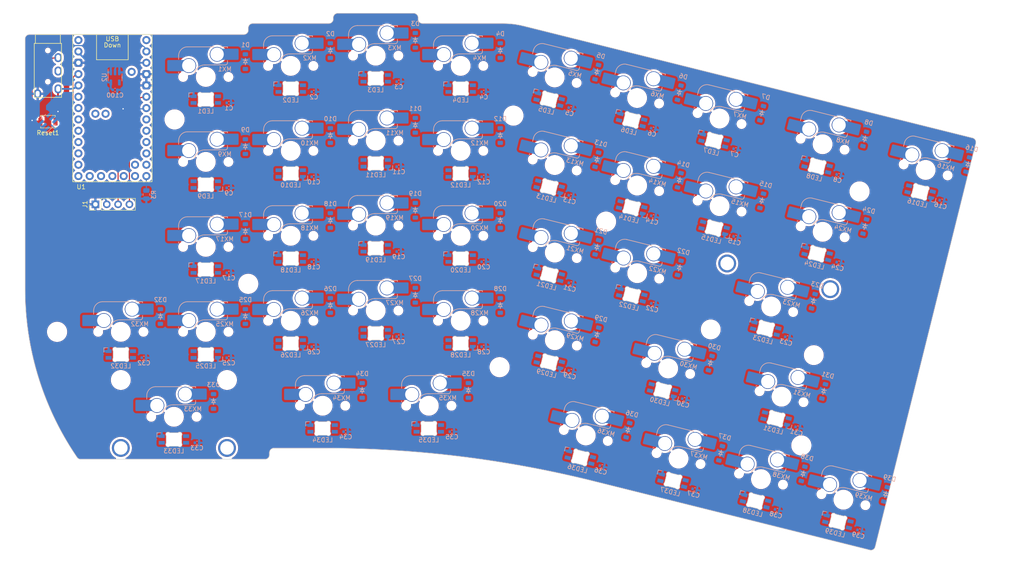
<source format=kicad_pcb>
(kicad_pcb (version 20221018) (generator pcbnew)
  (layers (0 "F.Cu" signal) (31 "B.Cu" signal) (34 "B.Paste" user) (35 "F.Paste" user) (36 "B.SilkS" user "B.Silkscreen") (37 "F.SilkS" user "F.Silkscreen") (38 "B.Mask" user) (39 "F.Mask" user) (44 "Edge.Cuts" user))
  (net 0 "")
  (net 1 "DATA")
  (net 2 "SCL")
  (net 3 "SDA")
  (net 4 "RESET")
  (net 5 "COL7")
  (net 6 "Net-(D1-A)")
  (net 7 "Net-(D2-A)")
  (net 8 "Net-(D3-A)")
  (net 9 "Net-(D4-A)")
  (net 10 "Net-(D5-A)")
  (net 11 "Net-(D6-A)")
  (net 12 "Net-(D7-A)")
  (net 13 "Net-(D8-A)")
  (net 14 "Net-(D9-A)")
  (net 15 "Net-(D10-A)")
  (net 16 "Net-(D11-A)")
  (net 17 "Net-(D12-A)")
  (net 18 "Net-(D13-A)")
  (net 19 "Net-(D14-A)")
  (net 20 "Net-(D15-A)")
  (net 21 "Net-(D16-A)")
  (net 22 "Net-(D17-A)")
  (net 23 "Net-(D18-A)")
  (net 24 "Net-(D19-A)")
  (net 25 "Net-(D20-A)")
  (net 26 "Net-(D21-A)")
  (net 27 "Net-(D22-A)")
  (net 28 "Net-(D23-A)")
  (net 29 "Net-(D24-A)")
  (net 30 "Net-(D25-A)")
  (net 31 "Net-(D26-A)")
  (net 32 "Net-(D35-A)")
  (net 33 "Net-(D36-A)")
  (net 34 "Net-(D37-A)")
  (net 35 "Net-(D38-A)")
  (net 36 "Net-(D39-A)")
  (net 37 "Net-(D27-A)")
  (net 38 "Net-(D28-A)")
  (net 39 "Net-(D29-A)")
  (net 40 "Net-(D30-A)")
  (net 41 "Net-(D31-A)")
  (net 42 "Net-(D32-A)")
  (net 43 "Net-(D33-A)")
  (net 44 "Net-(D34-A)")
  (net 45 "Net-(LED1-DOUT)")
  (net 46 "Net-(LED2-DOUT)")
  (net 47 "Net-(LED3-DOUT)")
  (net 48 "Net-(LED4-DOUT)")
  (net 49 "Net-(LED5-DOUT)")
  (net 50 "Net-(LED6-DOUT)")
  (net 51 "Net-(LED7-DOUT)")
  (net 52 "Net-(LED16-DIN)")
  (net 53 "Net-(LED17-DIN)")
  (net 54 "Net-(LED10-DOUT)")
  (net 55 "Net-(LED10-DIN)")
  (net 56 "Net-(LED11-DIN)")
  (net 57 "Net-(LED12-DIN)")
  (net 58 "Net-(LED13-DIN)")
  (net 59 "Net-(LED14-DIN)")
  (net 60 "Net-(LED15-DIN)")
  (net 61 "Net-(LED17-DOUT)")
  (net 62 "Net-(LED18-DOUT)")
  (net 63 "Net-(LED19-DOUT)")
  (net 64 "Net-(LED20-DOUT)")
  (net 65 "Net-(LED21-DOUT)")
  (net 66 "Net-(LED22-DOUT)")
  (net 67 "Net-(LED23-DOUT)")
  (net 68 "Net-(LED24-DOUT)")
  (net 69 "Net-(LED25-DOUT)")
  (net 70 "GND")
  (net 71 "Net-(LED25-DIN)")
  (net 72 "Net-(LED26-DIN)")
  (net 73 "Net-(LED27-DIN)")
  (net 74 "Net-(LED28-DIN)")
  (net 75 "Net-(LED29-DIN)")
  (net 76 "Net-(LED30-DIN)")
  (net 77 "Net-(LED32-DOUT)")
  (net 78 "VCC")
  (net 79 "Net-(LED33-DOUT)")
  (net 80 "Net-(LED34-DOUT)")
  (net 82 "Net-(LED35-DOUT)")
  (net 83 "Net-(LED36-DOUT)")
  (net 84 "Net-(LED37-DOUT)")
  (net 85 "Net-(LED38-DOUT)")
  (net 86 "Net-(ESD1-IO1)")
  (net 89 "Net-(R3-Pad2)")
  (net 90 "LED_5v")
  (net 91 "+5V")
  (net 92 "ROW0")
  (net 93 "ROW1")
  (net 94 "ROW2")
  (net 95 "ROW3")
  (net 96 "ROW4")
  (net 97 "COL0")
  (net 98 "COL1")
  (net 99 "COL2")
  (net 100 "COL3")
  (net 101 "COL4")
  (net 102 "COL5")
  (net 103 "COL6")
  (net 105 "LED_3v3")
  (footprint "winkeebs:HOLE_M2" (layer "F.Cu") (at 257.769737 52.703445)
    (fp_text reference "H3" hide)
    (fp_text value "MountingHole_Pad" hide)
  )
  (footprint "winkeebs:HOLE_M2" (layer "F.Cu") (at 180.162919 35.705791)
    (fp_text reference "H2" hide)
    (fp_text value "MountingHole_Pad" hide)
  )
  (footprint "Button_Switch_SMD:SW_SPST_B3U-1000P" (layer "F.Cu") (at 75.802885 37.065361 180)
    (fp_text reference "Reset1")
    (fp_text value "Switch" hide)
  )
  (footprint "winkeebs:HOLE_M2" (layer "F.Cu") (at 104.186637 36.553107)
    (fp_text reference "H1" hide)
    (fp_text value "MountingHole_Pad" hide)
  )
  (footprint "winkeebs:HOLE_M2" (layer "F.Cu") (at 77.849135 84.178111)
    (fp_text reference "H8" hide)
    (fp_text value "MountingHole_Pad" hide)
  )
  (footprint "ScottoKeebs_Components:TRRS_PJ-320A" (layer "F.Cu") (at 75.781635 19.503111)
    (fp_text reference "TRRS1" hide)
    (fp_text value "TRRS")
  )
  (footprint "winkeebs:HOLE_M2" (layer "F.Cu") (at 120.711635 73.414858)
    (fp_text reference "H7" hide)
    (fp_text value "MountingHole_Pad" hide)
  )
  (footprint "winkeebs:HOLE_M2" (layer "F.Cu") (at 244.718314 109.651253)
    (fp_text reference "H4" hide)
    (fp_text value "MountingHole_Pad" hide)
  )
  (footprint "Connector_PinHeader_2.54mm:PinHeader_1x04_P2.54mm_Vertical" (layer "F.Cu") (at 86.446635 55.588112 90)
    (fp_text reference "J1")
    (fp_text value "Conn_01x04_Socket")
  )
  (footprint "winkeebs:RP2040_ProMicro_USBdn" (layer "F.Cu") (at 90.246635 35.283111)
    (fp_text reference "U1")
    (fp_text value "RP2040_ProMicro")
  )
  (footprint "winkeebs:HOLE_M2" (layer "F.Cu") (at 200.933136 59.468002)
    (fp_text reference "H5" hide)
    (fp_text value "MountingHole_Pad" hide)
  )
  (footprint "winkeebs:HOLE_M2" (layer "F.Cu") (at 177.067718 92.10321)
    (fp_text reference "H6" hide)
    (fp_text value "MountingHole_Pad" hide)
  )
  (footprint "PCM_marbastlib-mx:STAB_MX_P_2.25u" (layer "F.Cu") (at 237.953701 78.509029 -14)
    (fp_text reference "S23" hide)
    (fp_text value "MX_stab")
  )
  (footprint "PCM_marbastlib-mx:STAB_MX_P_2.25u" (layer "F.Cu") (at 104.042886 103.228111 180)
    (fp_text reference "S33" hide)
    (fp_text value "MX_stab")
  )
  (footprint "PCM_marbastlib-mx:LED_MX_6028R-ROT" (layer "B.Cu") (at 252.9232 126.743237 166)
    (fp_text reference "LED39")
    (fp_text value "MX_SK6812MINI-E")
    (fp_line (start -1.699999 0.702841) (end -1.699999 -0.702843) (stroke (width 0.1)) (layer "Edge.Cuts"))
    (fp_line (start -0.794452 -1.5) (end 0.794453 -1.5) (stroke (width 0.1)) (layer "Edge.Cuts"))
    (fp_line (start 0.794452 1.499999) (end -0.794452 1.499999) (stroke (width 0.1)) (layer "Edge.Cuts"))
    (fp_line (start 1.699999 -0.702843) (end 1.699999 0.702841) (stroke (width 0.1)) (layer "Edge.Cuts"))
    (fp_arc (start -1.749484 -0.919721) (mid -1.712527 -0.814069) (end -1.699999 -0.702843) (stroke (width 0.1)) (layer "Edge.Cuts"))
    (fp_arc (start -1.749484 -0.919721) (mid -1.638071 -1.504036) (end -1.046711 -1.5683) (stroke (width 0.1)) (layer "Edge.Cuts"))
    (fp_arc (start -1.699999 0.702842) (mid -1.712527 0.814067) (end -1.749484 0.919719) (stroke (width 0.1)) (layer "Edge.Cuts"))
    (fp_arc (start -1.046711 1.568296) (mid -1.63807 1.504033) (end -1.749484 0.919719) (stroke (width 0.1)) (layer "Edge.Cuts"))
    (fp_arc (start -1.04671 1.568298) (mid -0.925122 1.517376) (end -0.794452 1.499999) (stroke (width 0.1)) (layer "Edge.Cuts"))
    (fp_arc (start -0.794453 -1.500001) (mid -0.925123 -1.517378) (end -1.046711 -1.5683) (stroke (width 0.1)) (layer "Edge.Cuts"))
    (fp_arc (start 0.794452 1.499999) (mid 0.925123 1.517376) (end 1.046711 1.568298) (stroke (width 0.1)) (layer "Edge.Cuts"))
    (fp_arc (start 1.046711 -1.568299) (mid 0.925123 -1.517377) (end 0.794453 -1.5) (stroke (width 0.1)) (layer "Edge.Cuts"))
    (fp_arc (start 1.046711 -1.568299) (mid 1.638071 -1.504035) (end 1.749484 -0.919721) (stroke (width 0.1)) (layer "Edge.Cuts"))
    (fp_arc (start 1.699999 -0.702844) (mid 1.712536 -0.814066) (end 1.749484 -0.919721) (stroke (width 0.1)) (layer "Edge.Cuts"))
    (fp_arc (start 1.749484 0.919718) (mid 1.638073 1.504037) (end 1.046711 1.568298) (stroke (width 0.1)) (layer "Edge.Cuts"))
    (fp_arc (start 1.749484 0.919719) (mid 1.712526 0.814067) (end 1.699999 0.702841) (stroke (width 0.1)) (layer "Edge.Cuts"))
  )
  (footprint "Resistor_SMD:R_0805_2012Metric" (layer "B.Cu") (at 97.856634 53.408111 90)
    (fp_text reference "R3")
    (fp_text value "4.7K")
  )
  (footprint "PCM_marbastlib-mx:LED_MX_6028R-ROT" (layer "B.Cu") (at 130.236635 67.731609 180)
    (fp_text reference "LED18")
    (fp_text value "MX_SK6812MINI-E")
    (fp_line (start -1.699999 0.702841) (end -1.699999 -0.702843) (stroke (width 0.1)) (layer "Edge.Cuts"))
    (fp_line (start -0.794452 -1.5) (end 0.794453 -1.5) (stroke (width 0.1)) (layer "Edge.Cuts"))
    (fp_line (start 0.794452 1.499999) (end -0.794452 1.499999) (stroke (width 0.1)) (layer "Edge.Cuts"))
    (fp_line (start 1.699999 -0.702843) (end 1.699999 0.702841) (stroke (width 0.1)) (layer "Edge.Cuts"))
    (fp_arc (start -1.749484 -0.919721) (mid -1.712527 -0.814069) (end -1.699999 -0.702843) (stroke (width 0.1)) (layer "Edge.Cuts"))
    (fp_arc (start -1.749484 -0.919721) (mid -1.638071 -1.504036) (end -1.046711 -1.5683) (stroke (width 0.1)) (layer "Edge.Cuts"))
    (fp_arc (start -1.699999 0.702842) (mid -1.712527 0.814067) (end -1.749484 0.919719) (stroke (width 0.1)) (layer "Edge.Cuts"))
    (fp_arc (start -1.046711 1.568296) (mid -1.63807 1.504033) (end -1.749484 0.919719) (stroke (width 0.1)) (layer "Edge.Cuts"))
    (fp_arc (start -1.04671 1.568298) (mid -0.925122 1.517376) (end -0.794452 1.499999) (stroke (width 0.1)) (layer "Edge.Cuts"))
    (fp_arc (start -0.794453 -1.500001) (mid -0.925123 -1.517378) (end -1.046711 -1.5683) (stroke (width 0.1)) (layer "Edge.Cuts"))
    (fp_arc (start 0.794452 1.499999) (mid 0.925123 1.517376) (end 1.046711 1.568298) (stroke (width 0.1)) (layer "Edge.Cuts"))
    (fp_arc (start 1.046711 -1.568299) (mid 0.925123 -1.517377) (end 0.794453 -1.5) (stroke (width 0.1)) (layer "Edge.Cuts"))
    (fp_arc (start 1.046711 -1.568299) (mid 1.638071 -1.504035) (end 1.749484 -0.919721) (stroke (width 0.1)) (layer "Edge.Cuts"))
    (fp_arc (start 1.699999 -0.702844) (mid 1.712536 -0.814066) (end 1.749484 -0.919721) (stroke (width 0.1)) (layer "Edge.Cuts"))
    (fp_arc (start 1.749484 0.919718) (mid 1.638073 1.504037) (end 1.046711 1.568298) (stroke (width 0.1)) (layer "Edge.Cuts"))
    (fp_arc (start 1.749484 0.919719) (mid 1.712526 0.814067) (end 1.699999 0.702841) (stroke (width 0.1)) (layer "Edge.Cuts"))
  )
  (footprint "PCM_marbastlib-mx:LED_MX_6028R" (layer "B.Cu") (at 130.236635 86.781607 180)
    (fp_text reference "LED26")
    (fp_text value "MX_SK6812MINI-E")
    (fp_line (start -1.699999 0.702843) (end -1.699999 -0.702841) (stroke (width 0.1)) (layer "Edge.Cuts"))
    (fp_line (start -0.794452 -1.499999) (end 0.794452 -1.499999) (stroke (width 0.1)) (layer "Edge.Cuts"))
    (fp_line (start 0.794452 1.5) (end -0.794453 1.5) (stroke (width 0.1)) (layer "Edge.Cuts"))
    (fp_line (start 1.699999 -0.702841) (end 1.699999 0.702843) (stroke (width 0.1)) (layer "Edge.Cuts"))
    (fp_arc (start -1.749484 -0.919719) (mid -1.712527 -0.814067) (end -1.699999 -0.702841) (stroke (width 0.1)) (layer "Edge.Cuts"))
    (fp_arc (start -1.749484 -0.919718) (mid -1.638072 -1.504034) (end -1.046711 -1.568298) (stroke (width 0.1)) (layer "Edge.Cuts"))
    (fp_arc (start -1.699999 0.702844) (mid -1.712527 0.814069) (end -1.749484 0.919721) (stroke (width 0.1)) (layer "Edge.Cuts"))
    (fp_arc (start -1.046711 1.568299) (mid -1.63807 1.504035) (end -1.749484 0.919721) (stroke (width 0.1)) (layer "Edge.Cuts"))
    (fp_arc (start -1.046711 1.568299) (mid -0.925123 1.517377) (end -0.794453 1.5) (stroke (width 0.1)) (layer "Edge.Cuts"))
    (fp_arc (start -0.794452 -1.499999) (mid -0.925123 -1.517376) (end -1.046711 -1.568298) (stroke (width 0.1)) (layer "Edge.Cuts"))
    (fp_arc (start 0.794453 1.500001) (mid 0.925123 1.517378) (end 1.046711 1.5683) (stroke (width 0.1)) (layer "Edge.Cuts"))
    (fp_arc (start 1.04671 -1.568298) (mid 0.925122 -1.517376) (end 0.794452 -1.499999) (stroke (width 0.1)) (layer "Edge.Cuts"))
    (fp_arc (start 1.046711 -1.568296) (mid 1.63807 -1.504033) (end 1.749484 -0.919719) (stroke (width 0.1)) (layer "Edge.Cuts"))
    (fp_arc (start 1.699999 -0.702842) (mid 1.712536 -0.814064) (end 1.749484 -0.919719) (stroke (width 0.1)) (layer "Edge.Cuts"))
    (fp_arc (start 1.749484 0.919721) (mid 1.638072 1.504036) (end 1.046711 1.5683) (stroke (width 0.1)) (layer "Edge.Cuts"))
    (fp_arc (start 1.749484 0.919721) (mid 1.712526 0.814069) (end 1.699999 0.702843) (stroke (width 0.1)) (layer "Edge.Cuts"))
  )
  (footprint "winkeebs:SW_MX_HS_CPG151101S11_1u" (layer "B.Cu") (at 168.336636 62.651611 180)
    (fp_text reference "MX20")
    (fp_text value "MX_SW_HS")
  )
  (footprint "winkeebs:SW_MX_HS_CPG151101S11_1.25u" (layer "B.Cu") (at 161.192886 100.751609 180)
    (fp_text reference "MX35")
    (fp_text value "MX_SW_HS")
  )
  (footprint "winkeebs:SW_MX_HS_CPG151101S11_1u" (layer "B.Cu") (at 149.286636 79.41561 180)
    (fp_text reference "MX27")
    (fp_text value "MX_SW_HS")
  )
  (footprint "winkeebs:SW_MX_HS_CPG151101S11_1u" (layer "B.Cu") (at 226.376275 36.356072 166)
    (fp_text reference "MX7")
    (fp_text value "MX_SW_HS")
  )
  (footprint "PCM_marbastlib-mx:LED_MX_6028R" (layer "B.Cu") (at 111.186635 51.158108 180)
    (fp_text reference "LED9")
    (fp_text value "MX_SK6812MINI-E")
    (fp_line (start -1.699999 0.702843) (end -1.699999 -0.702841) (stroke (width 0.1)) (layer "Edge.Cuts"))
    (fp_line (start -0.794452 -1.499999) (end 0.794452 -1.499999) (stroke (width 0.1)) (layer "Edge.Cuts"))
    (fp_line (start 0.794452 1.5) (end -0.794453 1.5) (stroke (width 0.1)) (layer "Edge.Cuts"))
    (fp_line (start 1.699999 -0.702841) (end 1.699999 0.702843) (stroke (width 0.1)) (layer "Edge.Cuts"))
    (fp_arc (start -1.749484 -0.919719) (mid -1.712527 -0.814067) (end -1.699999 -0.702841) (stroke (width 0.1)) (layer "Edge.Cuts"))
    (fp_arc (start -1.749484 -0.919718) (mid -1.638072 -1.504034) (end -1.046711 -1.568298) (stroke (width 0.1)) (layer "Edge.Cuts"))
    (fp_arc (start -1.699999 0.702844) (mid -1.712527 0.814069) (end -1.749484 0.919721) (stroke (width 0.1)) (layer "Edge.Cuts"))
    (fp_arc (start -1.046711 1.568299) (mid -1.63807 1.504035) (end -1.749484 0.919721) (stroke (width 0.1)) (layer "Edge.Cuts"))
    (fp_arc (start -1.046711 1.568299) (mid -0.925123 1.517377) (end -0.794453 1.5) (stroke (width 0.1)) (layer "Edge.Cuts"))
    (fp_arc (start -0.794452 -1.499999) (mid -0.925123 -1.517376) (end -1.046711 -1.568298) (stroke (width 0.1)) (layer "Edge.Cuts"))
    (fp_arc (start 0.794453 1.500001) (mid 0.925123 1.517378) (end 1.046711 1.5683) (stroke (width 0.1)) (layer "Edge.Cuts"))
    (fp_arc (start 1.04671 -1.568298) (mid 0.925122 -1.517376) (end 0.794452 -1.499999) (stroke (width 0.1)) (layer "Edge.Cuts"))
    (fp_arc (start 1.046711 -1.568296) (mid 1.63807 -1.504033) (end 1.749484 -0.919719) (stroke (width 0.1)) (layer "Edge.Cuts"))
    (fp_arc (start 1.699999 -0.702842) (mid 1.712536 -0.814064) (end 1.749484 -0.919719) (stroke (width 0.1)) (layer "Edge.Cuts"))
    (fp_arc (start 1.749484 0.919721) (mid 1.638072 1.504036) (end 1.046711 1.5683) (stroke (width 0.1)) (layer "Edge.Cuts"))
    (fp_arc (start 1.749484 0.919721) (mid 1.712526 0.814069) (end 1.699999 0.702843) (stroke (width 0.1)) (layer "Edge.Cuts"))
  )
  (footprint "Capacitor_SMD:C_0402_1005Metric" (layer "B.Cu") (at 193.023063 34.043507 -14)
    (fp_text reference "C5")
    (fp_text value "100nF")
  )
  (footprint "Capacitor_SMD:C_0402_1005Metric" (layer "B.Cu") (at 142.558446 106.57661)
    (fp_text reference "C34")
    (fp_text value "100nF")
  )
  (footprint "PCM_marbastlib-mx:LED_MX_6028R-ROT" (layer "B.Cu") (at 234.439064 122.134627 166)
    (fp_text reference "LED38")
    (fp_text value "MX_SK6812MINI-E")
    (fp_line (start -1.699999 0.702841) (end -1.699999 -0.702843) (stroke (width 0.1)) (layer "Edge.Cuts"))
    (fp_line (start -0.794452 -1.5) (end 0.794453 -1.5) (stroke (width 0.1)) (layer "Edge.Cuts"))
    (fp_line (start 0.794452 1.499999) (end -0.794452 1.499999) (stroke (width 0.1)) (layer "Edge.Cuts"))
    (fp_line (start 1.699999 -0.702843) (end 1.699999 0.702841) (stroke (width 0.1)) (layer "Edge.Cuts"))
    (fp_arc (start -1.749484 -0.919721) (mid -1.712527 -0.814069) (end -1.699999 -0.702843) (stroke (width 0.1)) (layer "Edge.Cuts"))
    (fp_arc (start -1.749484 -0.919721) (mid -1.638071 -1.504036) (end -1.046711 -1.5683) (stroke (width 0.1)) (layer "Edge.Cuts"))
    (fp_arc (start -1.699999 0.702842) (mid -1.712527 0.814067) (end -1.749484 0.919719) (stroke (width 0.1)) (layer "Edge.Cuts"))
    (fp_arc (start -1.046711 1.568296) (mid -1.63807 1.504033) (end -1.749484 0.919719) (stroke (width 0.1)) (layer "Edge.Cuts"))
    (fp_arc (start -1.04671 1.568298) (mid -0.925122 1.517376) (end -0.794452 1.499999) (stroke (width 0.1)) (layer "Edge.Cuts"))
    (fp_arc (start -0.794453 -1.500001) (mid -0.925123 -1.517378) (end -1.046711 -1.5683) (stroke (width 0.1)) (layer "Edge.Cuts"))
    (fp_arc (start 0.794452 1.499999) (mid 0.925123 1.517376) (end 1.046711 1.568298) (stroke (width 0.1)) (layer "Edge.Cuts"))
    (fp_arc (start 1.046711 -1.568299) (mid 0.925123 -1.517377) (end 0.794453 -1.5) (stroke (width 0.1)) (layer "Edge.Cuts"))
    (fp_arc (start 1.046711 -1.568299) (mid 1.638071 -1.504035) (end 1.749484 -0.919721) (stroke (width 0.1)) (layer "Edge.Cuts"))
    (fp_arc (start 1.699999 -0.702844) (mid 1.712536 -0.814066) (end 1.749484 -0.919721) (stroke (width 0.1)) (layer "Edge.Cuts"))
    (fp_arc (start 1.749484 0.919718) (mid 1.638073 1.504037) (end 1.046711 1.568298) (stroke (width 0.1)) (layer "Edge.Cuts"))
    (fp_arc (start 1.749484 0.919719) (mid 1.712526 0.814067) (end 1.699999 0.702841) (stroke (width 0.1)) (layer "Edge.Cuts"))
  )
  (footprint "winkeebs:SW_MX_HS_CPG151101S11_1u" (layer "B.Cu") (at 111.186634 84.178109 180)
    (fp_text reference "MX25")
    (fp_text value "MX_SW_HS")
  )
  (footprint "PCM_marbastlib-mx:LED_MX_6028R" (layer "B.Cu") (at 213.631993 97.313653 166)
    (fp_text reference "LED30")
    (fp_text value "MX_SK6812MINI-E")
    (fp_line (start -1.699999 0.702843) (end -1.699999 -0.702841) (stroke (width 0.1)) (layer "Edge.Cuts"))
    (fp_line (start -0.794452 -1.499999) (end 0.794452 -1.499999) (stroke (width 0.1)) (layer "Edge.Cuts"))
    (fp_line (start 0.794452 1.5) (end -0.794453 1.5) (stroke (width 0.1)) (layer "Edge.Cuts"))
    (fp_line (start 1.699999 -0.702841) (end 1.699999 0.702843) (stroke (width 0.1)) (layer "Edge.Cuts"))
    (fp_arc (start -1.749484 -0.919719) (mid -1.712527 -0.814067) (end -1.699999 -0.702841) (stroke (width 0.1)) (layer "Edge.Cuts"))
    (fp_arc (start -1.749484 -0.919718) (mid -1.638072 -1.504034) (end -1.046711 -1.568298) (stroke (width 0.1)) (layer "Edge.Cuts"))
    (fp_arc (start -1.699999 0.702844) (mid -1.712527 0.814069) (end -1.749484 0.919721) (stroke (width 0.1)) (layer "Edge.Cuts"))
    (fp_arc (start -1.046711 1.568299) (mid -1.63807 1.504035) (end -1.749484 0.919721) (stroke (width 0.1)) (layer "Edge.Cuts"))
    (fp_arc (start -1.046711 1.568299) (mid -0.925123 1.517377) (end -0.794453 1.5) (stroke (width 0.1)) (layer "Edge.Cuts"))
    (fp_arc (start -0.794452 -1.499999) (mid -0.925123 -1.517376) (end -1.046711 -1.568298) (stroke (width 0.1)) (layer "Edge.Cuts"))
    (fp_arc (start 0.794453 1.500001) (mid 0.925123 1.517378) (end 1.046711 1.5683) (stroke (width 0.1)) (layer "Edge.Cuts"))
    (fp_arc (start 1.04671 -1.568298) (mid 0.925122 -1.517376) (end 0.794452 -1.499999) (stroke (width 0.1)) (layer "Edge.Cuts"))
    (fp_arc (start 1.046711 -1.568296) (mid 1.63807 -1.504033) (end 1.749484 -0.919719) (stroke (width 0.1)) (layer "Edge.Cuts"))
    (fp_arc (start 1.699999 -0.702842) (mid 1.712536 -0.814064) (end 1.749484 -0.919719) (stroke (width 0.1)) (layer "Edge.Cuts"))
    (fp_arc (start 1.749484 0.919721) (mid 1.638072 1.504036) (end 1.046711 1.5683) (stroke (width 0.1)) (layer "Edge.Cuts"))
    (fp_arc (start 1.749484 0.919721) (mid 1.712526 0.814069) (end 1.699999 0.702843) (stroke (width 0.1)) (layer "Edge.Cuts"))
  )
  (footprint "PCM_marbastlib-mx:LED_MX_6028R-ROT" (layer "B.Cu") (at 206.66318 36.676562 166)
    (fp_text reference "LED6")
    (fp_text value "MX_SK6812MINI-E")
    (fp_line (start -1.699999 0.702841) (end -1.699999 -0.702843) (stroke (width 0.1)) (layer "Edge.Cuts"))
    (fp_line (start -0.794452 -1.5) (end 0.794453 -1.5) (stroke (width 0.1)) (layer "Edge.Cuts"))
    (fp_line (start 0.794452 1.499999) (end -0.794452 1.499999) (stroke (width 0.1)) (layer "Edge.Cuts"))
    (fp_line (start 1.699999 -0.702843) (end 1.699999 0.702841) (stroke (width 0.1)) (layer "Edge.Cuts"))
    (fp_arc (start -1.749484 -0.919721) (mid -1.712527 -0.814069) (end -1.699999 -0.702843) (stroke (width 0.1)) (layer "Edge.Cuts"))
    (fp_arc (start -1.749484 -0.919721) (mid -1.638071 -1.504036) (end -1.046711 -1.5683) (stroke (width 0.1)) (layer "Edge.Cuts"))
    (fp_arc (start -1.699999 0.702842) (mid -1.712527 0.814067) (end -1.749484 0.919719) (stroke (width 0.1)) (layer "Edge.Cuts"))
    (fp_arc (start -1.046711 1.568296) (mid -1.63807 1.504033) (end -1.749484 0.919719) (stroke (width 0.1)) (layer "Edge.Cuts"))
    (fp_arc (start -1.04671 1.568298) (mid -0.925122 1.517376) (end -0.794452 1.499999) (stroke (width 0.1)) (layer "Edge.Cuts"))
    (fp_arc (start -0.794453 -1.500001) (mid -0.925123 -1.517378) (end -1.046711 -1.5683) (stroke (width 0.1)) (layer "Edge.Cuts"))
    (fp_arc (start 0.794452 1.499999) (mid 0.925123 1.517376) (end 1.046711 1.568298) (stroke (width 0.1)) (layer "Edge.Cuts"))
    (fp_arc (start 1.046711 -1.568299) (mid 0.925123 -1.517377) (end 0.794453 -1.5) (stroke (width 0.1)) (layer "Edge.Cuts"))
    (fp_arc (start 1.046711 -1.568299) (mid 1.638071 -1.504035) (end 1.749484 -0.919721) (stroke (width 0.1)) (layer "Edge.Cuts"))
    (fp_arc (start 1.699999 -0.702844) (mid 1.712536 -0.814066) (end 1.749484 -0.919721) (stroke (width 0.1)) (layer "Edge.Cuts"))
    (fp_arc (start 1.749484 0.919718) (mid 1.638073 1.504037) (end 1.046711 1.568298) (stroke (width 0.1)) (layer "Edge.Cuts"))
    (fp_arc (start 1.749484 0.919719) (mid 1.712526 0.814067) (end 1.699999 0.702841) (stroke (width 0.1)) (layer "Edge.Cuts"))
  )
  (footprint "PCM_marbastlib-mx:LED_MX_6028R-ROT" (layer "B.Cu") (at 111.186635 70.208108 180)
    (fp_text reference "LED17")
    (fp_text value "MX_SK6812MINI-E")
    (fp_line (start -1.699999 0.702841) (end -1.699999 -0.702843) (stroke (width 0.1)) (layer "Edge.Cuts"))
    (fp_line (start -0.794452 -1.5) (end 0.794453 -1.5) (stroke (width 0.1)) (layer "Edge.Cuts"))
    (fp_line (start 0.794452 1.499999) (end -0.794452 1.499999) (stroke (width 0.1)) (layer "Edge.Cuts"))
    (fp_line (start 1.699999 -0.702843) (end 1.699999 0.702841) (stroke (width 0.1)) (layer "Edge.Cuts"))
    (fp_arc (start -1.749484 -0.919721) (mid -1.712527 -0.814069) (end -1.699999 -0.702843) (stroke (width 0.1)) (layer "Edge.Cuts"))
    (fp_arc (start -1.749484 -0.919721) (mid -1.638071 -1.504036) (end -1.046711 -1.5683) (stroke (width 0.1)) (layer "Edge.Cuts"))
    (fp_arc (start -1.699999 0.702842) (mid -1.712527 0.814067) (end -1.749484 0.919719) (stroke (width 0.1)) (layer "Edge.Cuts"))
    (fp_arc (start -1.046711 1.568296) (mid -1.63807 1.504033) (end -1.749484 0.919719) (stroke (width 0.1)) (layer "Edge.Cuts"))
    (fp_arc (start -1.04671 1.568298) (mid -0.925122 1.517376) (end -0.794452 1.499999) (stroke (width 0.1)) (layer "Edge.Cuts"))
    (fp_arc (start -0.794453 -1.500001) (mid -0.925123 -1.517378) (end -1.046711 -1.5683) (stroke (width 0.1)) (layer "Edge.Cuts"))
    (fp_arc (start 0.794452 1.499999) (mid 0.925123 1.517376) (end 1.046711 1.568298) (stroke (width 0.1)) (layer "Edge.Cuts"))
    (fp_arc (start 1.046711 -1.568299) (mid 0.925123 -1.517377) (end 0.794453 -1.5) (stroke (width 0.1)) (layer "Edge.Cuts"))
    (fp_arc (start 1.046711 -1.568299) (mid 1.638071 -1.504035) (end 1.749484 -0.919721) (stroke (width 0.1)) (layer "Edge.Cuts"))
    (fp_arc (start 1.699999 -0.702844) (mid 1.712536 -0.814066) (end 1.749484 -0.919721) (stroke (width 0.1)) (layer "Edge.Cuts"))
    (fp_arc (start 1.749484 0.919718) (mid 1.638073 1.504037) (end 1.046711 1.568298) (stroke (width 0.1)) (layer "Edge.Cuts"))
    (fp_arc (start 1.749484 0.919719) (mid 1.712526 0.814067) (end 1.699999 0.702841) (stroke (width 0.1)) (layer "Edge.Cuts"))
  )
  (footprint "winkeebs:Diode_SOD-123" (layer "B.Cu") (at 139.113386 21.113637 -90)
    (fp_text reference "D2")
    (fp_text value "Diode")
  )
  (footprint "PCM_marbastlib-mx:LED_MX_6028R-ROT" (layer "B.Cu") (at 188.179044 32.067949 166)
    (fp_text reference "LED5")
    (fp_text value "MX_SK6812MINI-E")
    (fp_line (start -1.699999 0.702841) (end -1.699999 -0.702843) (stroke (width 0.1)) (layer "Edge.Cuts"))
    (fp_line (start -0.794452 -1.5) (end 0.794453 -1.5) (stroke (width 0.1)) (layer "Edge.Cuts"))
    (fp_line (start 0.794452 1.499999) (end -0.794452 1.499999) (stroke (width 0.1)) (layer "Edge.Cuts"))
    (fp_line (start 1.699999 -0.702843) (end 1.699999 0.702841) (stroke (width 0.1)) (layer "Edge.Cuts"))
    (fp_arc (start -1.749484 -0.919721) (mid -1.712527 -0.814069) (end -1.699999 -0.702843) (stroke (width 0.1)) (layer "Edge.Cuts"))
    (fp_arc (start -1.749484 -0.919721) (mid -1.638071 -1.504036) (end -1.046711 -1.5683) (stroke (width 0.1)) (layer "Edge.Cuts"))
    (fp_arc (start -1.699999 0.702842) (mid -1.712527 0.814067) (end -1.749484 0.919719) (stroke (width 0.1)) (layer "Edge.Cuts"))
    (fp_arc (start -1.046711 1.568296) (mid -1.63807 1.504033) (end -1.749484 0.919719) (stroke (width 0.1)) (layer "Edge.Cuts"))
    (fp_arc (start -1.04671 1.568298) (mid -0.925122 1.517376) (end -0.794452 1.499999) (stroke (width 0.1)) (layer "Edge.Cuts"))
    (fp_arc (start -0.794453 -1.500001) (mid -0.925123 -1.517378) (end -1.046711 -1.5683) (stroke (width 0.1)) (layer "Edge.Cuts"))
    (fp_arc (start 0.794452 1.499999) (mid 0.925123 1.517376) (end 1.046711 1.568298) (stroke (width 0.1)) (layer "Edge.Cuts"))
    (fp_arc (start 1.046711 -1.568299) (mid 0.925123 -1.517377) (end 0.794453 -1.5) (stroke (width 0.1)) (layer "Edge.Cuts"))
    (fp_arc (start 1.046711 -1.568299) (mid 1.638071 -1.504035) (end 1.749484 -0.919721) (stroke (width 0.1)) (layer "Edge.Cuts"))
    (fp_arc (start 1.699999 -0.702844) (mid 1.712536 -0.814066) (end 1.749484 -0.919721) (stroke (width 0.1)) (layer "Edge.Cuts"))
    (fp_arc (start 1.749484 0.919718) (mid 1.638073 1.504037) (end 1.046711 1.568298) (stroke (width 0.1)) (layer "Edge.Cuts"))
    (fp_arc (start 1.749484 0.919719) (mid 1.712526 0.814067) (end 1.699999 0.702841) (stroke (width 0.1)) (layer "Edge.Cuts"))
  )
  (footprint "Capacitor_SMD:C_0402_1005Metric" (layer "B.Cu") (at 173.514697 49.426609)
    (fp_text reference "C12")
    (fp_text value "100nF")
  )
  (footprint "PCM_marbastlib-mx:LED_MX_6028R" (layer "B.Cu") (at 271.357647 52.806705 166)
    (fp_text reference "LED16")
    (fp_text value "MX_SK6812MINI-E")
    (fp_line (start -1.699999 0.702843) (end -1.699999 -0.702841) (stroke (width 0.1)) (layer "Edge.Cuts"))
    (fp_line (start -0.794452 -1.499999) (end 0.794452 -1.499999) (stroke (width 0.1)) (layer "Edge.Cuts"))
    (fp_line (start 0.794452 1.5) (end -0.794453 1.5) (stroke (width 0.1)) (layer "Edge.Cuts"))
    (fp_line (start 1.699999 -0.702841) (end 1.699999 0.702843) (stroke (width 0.1)) (layer "Edge.Cuts"))
    (fp_arc (start -1.749484 -0.919719) (mid -1.712527 -0.814067) (end -1.699999 -0.702841) (stroke (width 0.1)) (layer "Edge.Cuts"))
    (fp_arc (start -1.749484 -0.919718) (mid -1.638072 -1.504034) (end -1.046711 -1.568298) (stroke (width 0.1)) (layer "Edge.Cuts"))
    (fp_arc (start -1.699999 0.702844) (mid -1.712527 0.814069) (end -1.749484 0.919721) (stroke (width 0.1)) (layer "Edge.Cuts"))
    (fp_arc (start -1.046711 1.568299) (mid -1.63807 1.504035) (end -1.749484 0.919721) (stroke (width 0.1)) (layer "Edge.Cuts"))
    (fp_arc (start -1.046711 1.568299) (mid -0.925123 1.517377) (end -0.794453 1.5) (stroke (width 0.1)) (layer "Edge.Cuts"))
    (fp_arc (start -0.794452 -1.499999) (mid -0.925123 -1.517376) (end -1.046711 -1.568298) (stroke (width 0.1)) (layer "Edge.Cuts"))
    (fp_arc (start 0.794453 1.500001) (mid 0.925123 1.517378) (end 1.046711 1.5683) (stroke (width 0.1)) (layer "Edge.Cuts"))
    (fp_arc (start 1.04671 -1.568298) (mid 0.925122 -1.517376) (end 0.794452 -1.499999) (stroke (width 0.1)) (layer "Edge.Cuts"))
    (fp_arc (start 1.046711 -1.568296) (mid 1.63807 -1.504033) (end 1.749484 -0.919719) (stroke (width 0.1)) (layer "Edge.Cuts"))
    (fp_arc (start 1.699999 -0.702842) (mid 1.712536 -0.814064) (end 1.749484 -0.919719) (stroke (width 0.1)) (layer "Edge.Cuts"))
    (fp_arc (start 1.749484 0.919721) (mid 1.638072 1.504036) (end 1.046711 1.5683) (stroke (width 0.1)) (layer "Edge.Cuts"))
    (fp_arc (start 1.749484 0.919721) (mid 1.712526 0.814069) (end 1.699999 0.702843) (stroke (width 0.1)) (layer "Edge.Cuts"))
  )
  (footprint "winkeebs:Diode_SOD-123" (layer "B.Cu") (at 235.83349 54.803989 -104)
    (fp_text reference "D15")
    (fp_text value "Diode")
  )
  (footprint "Capacitor_SMD:C_0402_1005Metric" (layer "B.Cu") (at 90.843974 29.930681 180)
    (fp_text reference "C100")
    (fp_text value "100nF")
  )
  (footprint "winkeebs:Diode_SOD-123" (layer "B.Cu") (at 205.834036 106.223855 -104)
    (fp_text reference "D36")
    (fp_text value "Diode")
  )
  (footprint "Capacitor_SMD:C_0402_1005Metric" (layer "B.Cu") (at 193.047907 73.316082 -14)
    (fp_text reference "C21")
    (fp_text value "100nF")
  )
  (footprint "winkeebs:SW_MX_HS_CPG151101S11_1u" (layer "B.Cu") (at 149.286635 22.26561 180)
    (fp_text reference "MX3")
    (fp_text value "MX_SW_HS")
  )
  (footprint "PCM_marbastlib-mx:LED_MX_6028R" (layer "B.Cu") (at 188.191465 51.704236 166)
    (fp_text reference "LED13")
    (fp_text value "MX_SK6812MINI-E")
    (fp_line (start -1.699999 0.702843) (end -1.699999 -0.702841) (stroke (width 0.1)) (layer "Edge.Cuts"))
    (fp_line (start -0.794452 -1.499999) (end 0.794452 -1.499999) (stroke (width 0.1)) (layer "Edge.Cuts"))
    (fp_line (start 0.794452 1.5) (end -0.794453 1.5) (stroke (width 0.1)) (layer "Edge.Cuts"))
    (fp_line (start 1.699999 -0.702841) (end 1.699999 0.702843) (stroke (width 0.1)) (layer "Edge.Cuts"))
    (fp_arc (start -1.749484 -0.919719) (mid -1.712527 -0.814067) (end -1.699999 -0.702841) (stroke (width 0.1)) (layer "Edge.Cuts"))
    (fp_arc (start -1.749484 -0.919718) (mid -1.638072 -1.504034) (end -1.046711 -1.568298) (stroke (width 0.1)) (layer "Edge.Cuts"))
    (fp_arc (start -1.699999 0.702844) (mid -1.712527 0.814069) (end -1.749484 0.919721) (stroke (width 0.1)) (layer "Edge.Cuts"))
    (fp_arc (start -1.046711 1.568299) (mid -1.63807 1.504035) (end -1.749484 0.919721) (stroke (width 0.1)) (layer "Edge.Cuts"))
    (fp_arc (start -1.046711 1.568299) (mid -0.925123 1.517377) (end -0.794453 1.5) (stroke (width 0.1)) (layer "Edge.Cuts"))
    (fp_arc (start -0.794452 -1.499999) (mid -0.925123 -1.517376) (end -1.046711 -1.568298) (stroke (width 0.1)) (layer "Edge.Cuts"))
    (fp_arc (start 0.794453 1.500001) (mid 0.925123 1.517378) (end 1.046711 1.5683) (stroke (width 0.1)) (layer "Edge.Cuts"))
    (fp_arc (start 1.04671 -1.568298) (mid 0.925122 -1.517376) (end 0.794452 -1.499999) (stroke (width 0.1)) (layer "Edge.Cuts"))
    (fp_arc (start 1.046711 -1.568296) (mid 1.63807 -1.504033) (end 1.749484 -0.919719) (stroke (width 0.1)) (layer "Edge.Cuts"))
    (fp_arc (start 1.699999 -0.702842) (mid 1.712536 -0.814064) (end 1.749484 -0.919719) (stroke (width 0.1)) (layer "Edge.Cuts"))
    (fp_arc (start 1.749484 0.919721) (mid 1.638072 1.504036) (end 1.046711 1.5683) (stroke (width 0.1)) (layer "Edge.Cuts"))
    (fp_arc (start 1.749484 0.919721) (mid 1.712526 0.814069) (end 1.699999 0.702843) (stroke (width 0.1)) (layer "Edge.Cuts"))
  )
  (footprint "PCM_marbastlib-mx:LED_MX_6028R-ROT" (layer "B.Cu") (at 195.160281 112.341325 166)
    (fp_text reference "LED36")
    (fp_text value "MX_SK6812MINI-E")
    (fp_line (start -1.699999 0.702841) (end -1.699999 -0.702843) (stroke (width 0.1)) (layer "Edge.Cuts"))
    (fp_line (start -0.794452 -1.5) (end 0.794453 -1.5) (stroke (width 0.1)) (layer "Edge.Cuts"))
    (fp_line (start 0.794452 1.499999) (end -0.794452 1.499999) (stroke (width 0.1)) (layer "Edge.Cuts"))
    (fp_line (start 1.699999 -0.702843) (end 1.699999 0.702841) (stroke (width 0.1)) (layer "Edge.Cuts"))
    (fp_arc (start -1.749484 -0.919721) (mid -1.712527 -0.814069) (end -1.699999 -0.702843) (stroke (width 0.1)) (layer "Edge.Cuts"))
    (fp_arc (start -1.749484 -0.919721) (mid -1.638071 -1.504036) (end -1.046711 -1.5683) (stroke (width 0.1)) (layer "Edge.Cuts"))
    (fp_arc (start -1.699999 0.702842) (mid -1.712527 0.814067) (end -1.749484 0.919719) (stroke (width 0.1)) (layer "Edge.Cuts"))
    (fp_arc (start -1.046711 1.568296) (mid -1.63807 1.504033) (end -1.749484 0.919719) (stroke (width 0.1)) (layer "Edge.Cuts"))
    (fp_arc (start -1.04671 1.568298) (mid -0.925122 1.517376) (end -0.794452 1.499999) (stroke (width 0.1)) (layer "Edge.Cuts"))
    (fp_arc (start -0.794453 -1.500001) (mid -0.925123 -1.517378) (end -1.046711 -1.5683) (stroke (width 0.1)) (layer "Edge.Cuts"))
    (fp_arc (start 0.794452 1.499999) (mid 0.925123 1.517376) (end 1.046711 1.568298) (stroke (width 0.1)) (layer "Edge.Cuts"))
    (fp_arc (start 1.046711 -1.568299) (mid 0.925123 -1.517377) (end 0.794453 -1.5) (stroke (width 0.1)) (layer "Edge.Cuts"))
    (fp_arc (start 1.046711 -1.568299) (mid 1.638071 -1.504035) (end 1.749484 -0.919721) (stroke (width 0.1)) (layer "Edge.Cuts"))
    (fp_arc (start 1.699999 -0.702844) (mid 1.712536 -0.814066) (end 1.749484 -0.919721) (stroke (width 0.1)) (layer "Edge.Cuts"))
    (fp_arc (start 1.749484 0.919718) (mid 1.638073 1.504037) (end 1.046711 1.568298) (stroke (width 0.1)) (layer "Edge.Cuts"))
    (fp_arc (start 1.749484 0.919719) (mid 1.712526 0.814067) (end 1.699999 0.702841) (stroke (width 0.1)) (layer "Edge.Cuts"))
  )
  (footprint "winkeebs:Diode_SOD-123" (layer "B.Cu") (at 120.063385 23.590139 -90)
    (fp_text reference "D1")
    (fp_text value "Diode")
  )
  (footprint "winkeebs:Diode_SOD-123" (layer "B.Cu") (at 139.113385 78.263637 -90)
    (fp_text reference "D26")
    (fp_text value "Diode")
  )
  (footprint "winkeebs:SW_MX_HS_CPG151101S11_1u" (layer "B.Cu") (at 111.186635 65.12811 180)
    (fp_text reference "MX17")
    (fp_text value "MX_SW_HS")
  )
  (footprint "winkeebs:SW_MX_HS_CPG151101S11_1u" (layer "B.Cu") (at 189.43285 66.411424 166)
    (fp_text reference "MX21")
    (fp_text value "MX_SW_HS")
  )
  (footprint "Capacitor_SMD:C_0402_1005Metric" (layer "B.Cu") (at 116.364697 51.903109)
    (fp_text reference "C9")
    (fp_text value "100nF")
  )
  (footprint "PCM_marbastlib-mx:LED_MX_6028R" (layer "B.Cu") (at 225.159735 60.921459 166)
    (fp_text reference "LED15")
    (fp_text value "MX_SK6812MINI-E")
    (fp_line (start -1.699999 0.702843) (end -1.699999 -0.702841) (stroke (width 0.1)) (layer "Edge.Cuts"))
    (fp_line (start -0.794452 -1.499999) (end 0.794452 -1.499999) (stroke (width 0.1)) (layer "Edge.Cuts"))
    (fp_line (start 0.794452 1.5) (end -0.794453 1.5) (stroke (width 0.1)) (layer "Edge.Cuts"))
    (fp_line (start 1.699999 -0.702841) (end 1.699999 0.702843) (stroke (width 0.1)) (layer "Edge.Cuts"))
    (fp_arc (start -1.749484 -0.919719) (mid -1.712527 -0.814067) (end -1.699999 -0.702841) (stroke (width 0.1)) (layer "Edge.Cuts"))
    (fp_arc (start -1.749484 -0.919718) (mid -1.638072 -1.504034) (end -1.046711 -1.568298) (stroke (width 0.1)) (layer "Edge.Cuts"))
    (fp_arc (start -1.699999 0.702844) (mid -1.712527 0.814069) (end -1.749484 0.919721) (stroke (width 0.1)) (layer "Edge.Cuts"))
    (fp_arc (start -1.046711 1.568299) (mid -1.63807 1.504035) (end -1.749484 0.919721) (stroke (width 0.1)) (layer "Edge.Cuts"))
    (fp_arc (start -1.046711 1.568299) (mid -0.925123 1.517377) (end -0.794453 1.5) (stroke (width 0.1)) (layer "Edge.Cuts"))
    (fp_arc (start -0.794452 -1.499999) (mid -0.925123 -1.517376) (end -1.046711 -1.568298) (stroke (width 0.1)) (layer "Edge.Cuts"))
    (fp_arc (start 0.794453 1.500001) (mid 0.925123 1.517378) (end 1.046711 1.5683) (stroke (width 0.1)) (layer "Edge.Cuts"))
    (fp_arc (start 1.04671 -1.568298) (mid 0.925122 -1.517376) (end 0.794452 -1.499999) (stroke (width 0.1)) (layer "Edge.Cuts"))
    (fp_arc (start 1.046711 -1.568296) (mid 1.63807 -1.504033) (end 1.749484 -0.919719) (stroke (width 0.1)) (layer "Edge.Cuts"))
    (fp_arc (start 1.699999 -0.702842) (mid 1.712536 -0.814064) (end 1.749484 -0.919719) (stroke (width 0.1)) (layer "Edge.Cuts"))
    (fp_arc (start 1.749484 0.919721) (mid 1.638072 1.504036) (end 1.046711 1.5683) (stroke (width 0.1)) (layer "Edge.Cuts"))
    (fp_arc (start 1.749484 0.919721) (mid 1.712526 0.814069) (end 1.699999 0.702843) (stroke (width 0.1)) (layer "Edge.Cuts"))
  )
  (footprint "PCM_marbastlib-mx:LED_MX_6028R" (layer "B.Cu") (at 130.236637 48.681607 180)
    (fp_text reference "LED10")
    (fp_text value "MX_SK6812MINI-E")
    (fp_line (start -1.699999 0.702843) (end -1.699999 -0.702841) (stroke (width 0.1)) (layer "Edge.Cuts"))
    (fp_line (start -0.794452 -1.499999) (end 0.794452 -1.499999) (stroke (width 0.1)) (layer "Edge.Cuts"))
    (fp_line (start 0.794452 1.5) (end -0.794453 1.5) (stroke (width 0.1)) (layer "Edge.Cuts"))
    (fp_line (start 1.699999 -0.702841) (end 1.699999 0.702843) (stroke (width 0.1)) (layer "Edge.Cuts"))
    (fp_arc (start -1.749484 -0.919719) (mid -1.712527 -0.814067) (end -1.699999 -0.702841) (stroke (width 0.1)) (layer "Edge.Cuts"))
    (fp_arc (start -1.749484 -0.919718) (mid -1.638072 -1.504034) (end -1.046711 -1.568298) (stroke (width 0.1)) (layer "Edge.Cuts"))
    (fp_arc (start -1.699999 0.702844) (mid -1.712527 0.814069) (end -1.749484 0.919721) (stroke (width 0.1)) (layer "Edge.Cuts"))
    (fp_arc (start -1.046711 1.568299) (mid -1.63807 1.504035) (end -1.749484 0.919721) (stroke (width 0.1)) (layer "Edge.Cuts"))
    (fp_arc (start -1.046711 1.568299) (mid -0.925123 1.517377) (end -0.794453 1.5) (stroke (width 0.1)) (layer "Edge.Cuts"))
    (fp_arc (start -0.794452 -1.499999) (mid -0.925123 -1.517376) (end -1.046711 -1.568298) (stroke (width 0.1)) (layer "Edge.Cuts"))
    (fp_arc (start 0.794453 1.500001) (mid 0.925123 1.517378) (end 1.046711 1.5683) (stroke (width 0.1)) (layer "Edge.Cuts"))
    (fp_arc (start 1.04671 -1.568298) (mid 0.925122 -1.517376) (end 0.794452 -1.499999) (stroke (width 0.1)) (layer "Edge.Cuts"))
    (fp_arc (start 1.046711 -1.568296) (mid 1.63807 -1.504033) (end 1.749484 -0.919719) (stroke (width 0.1)) (layer "Edge.Cuts"))
    (fp_arc (start 1.699999 -0.702842) (mid 1.712536 -0.814064) (end 1.749484 -0.919719) (stroke (width 0.1)) (layer "Edge.Cuts"))
    (fp_arc (start 1.749484 0.919721) (mid 1.638072 1.504036) (end 1.046711 1.5683) (stroke (width 0.1)) (layer "Edge.Cuts"))
    (fp_arc (start 1.749484 0.919721) (mid 1.712526 0.814069) (end 1.699999 0.702843) (stroke (width 0.1)) (layer "Edge.Cuts"))
  )
  (footprint "Capacitor_SMD:C_0402_1005Metric" (layer "B.Cu") (at 276.201666 54.782263 -14)
    (fp_text reference "C16")
    (fp_text value "100nF")
  )
  (footprint "winkeebs:SW_MX_HS_CPG151101S11_1u" (layer "B.Cu") (at 189.420427 46.775136 166)
    (fp_text reference "MX13")
    (fp_text value "MX_SW_HS")
  )
  (footprint "Capacitor_SMD:C_0402_1005Metric" (layer "B.Cu") (at 154.464696 47.140609)
    (fp_text reference "C11")
    (fp_text value "100nF")
  )
  (footprint "Capacitor_SMD:C_0402_1005Metric" (layer "B.Cu") (at 193.060328 92.952368 -14)
    (fp_text reference "C29")
    (fp_text value "100nF")
  )
  (footprint "PCM_marbastlib-mx:LED_MX_6028R-ROT" (layer "B.Cu") (at 137.380384 105.831609 180)
    (fp_text reference "LED34")
    (fp_text value "MX_SK6812MINI-E")
    (fp_line (start -1.699999 0.702841) (end -1.699999 -0.702843) (stroke (width 0.1)) (layer "Edge.Cuts"))
    (fp_line (start -0.794452 -1.5) (end 0.794453 -1.5) (stroke (width 0.1)) (layer "Edge.Cuts"))
    (fp_line (start 0.794452 1.499999) (end -0.794452 1.499999) (stroke (width 0.1)) (layer "Edge.Cuts"))
    (fp_line (start 1.699999 -0.702843) (end 1.699999 0.702841) (stroke (width 0.1)) (layer "Edge.Cuts"))
    (fp_arc (start -1.749484 -0.919721) (mid -1.712527 -0.814069) (end -1.699999 -0.702843) (stroke (width 0.1)) (layer "Edge.Cuts"))
    (fp_arc (start -1.749484 -0.919721) (mid -1.638071 -1.504036) (end -1.046711 -1.5683) (stroke (width 0.1)) (layer "Edge.Cuts"))
    (fp_arc (start -1.699999 0.702842) (mid -1.712527 0.814067) (end -1.749484 0.919719) (stroke (width 0.1)) (layer "Edge.Cuts"))
    (fp_arc (start -1.046711 1.568296) (mid -1.63807 1.504033) (end -1.749484 0.919719) (stroke (width 0.1)) (layer "Edge.Cuts"))
    (fp_arc (start -1.04671 1.568298) (mid -0.925122 1.517376) (end -0.794452 1.499999) (stroke (width 0.1)) (layer "Edge.Cuts"))
    (fp_arc (start -0.794453 -1.500001) (mid -0.925123 -1.517378) (end -1.046711 -1.5683) (stroke (width 0.1)) (layer "Edge.Cuts"))
    (fp_arc (start 0.794452 1.499999) (mid 0.925123 1.517376) (end 1.046711 1.568298) (stroke (width 0.1)) (layer "Edge.Cuts"))
    (fp_arc (start 1.046711 -1.568299) (mid 0.925123 -1.517377) (end 0.794453 -1.5) (stroke (width 0.1)) (layer "Edge.Cuts"))
    (fp_arc (start 1.046711 -1.568299) (mid 1.638071 -1.504035) (end 1.749484 -0.919721) (stroke (width 0.1)) (layer "Edge.Cuts"))
    (fp_arc (start 1.699999 -0.702844) (mid 1.712536 -0.814066) (end 1.749484 -0.919721) (stroke (width 0.1)) (layer "Edge.Cuts"))
    (fp_arc (start 1.749484 0.919718) (mid 1.638073 1.504037) (end 1.046711 1.568298) (stroke (width 0.1)) (layer "Edge.Cuts"))
    (fp_arc (start 1.749484 0.919719) (mid 1.712526 0.814067) (end 1.699999 0.702841) (stroke (width 0.1)) (layer "Edge.Cuts"))
  )
  (footprint "PCM_marbastlib-mx:LED_MX_6028R-ROT" (layer "B.Cu") (at 248.252479 47.045939 166)
    (fp_text reference "LED8")
    (fp_text value "MX_SK6812MINI-E")
    (fp_line (start -1.699999 0.702841) (end -1.699999 -0.702843) (stroke (width 0.1)) (layer "Edge.Cuts"))
    (fp_line (start -0.794452 -1.5) (end 0.794453 -1.5) (stroke (width 0.1)) (layer "Edge.Cuts"))
    (fp_line (start 0.794452 1.499999) (end -0.794452 1.499999) (stroke (width 0.1)) (layer "Edge.Cuts"))
    (fp_line (start 1.699999 -0.702843) (end 1.699999 0.702841) (stroke (width 0.1)) (layer "Edge.Cuts"))
    (fp_arc (start -1.749484 -0.919721) (mid -1.712527 -0.814069) (end -1.699999 -0.702843) (stroke (width 0.1)) (layer "Edge.Cuts"))
    (fp_arc (start -1.749484 -0.919721) (mid -1.638071 -1.504036) (end -1.046711 -1.5683) (stroke (width 0.1)) (layer "Edge.Cuts"))
    (fp_arc (start -1.699999 0.702842) (mid -1.712527 0.814067) (end -1.749484 0.919719) (stroke (width 0.1)) (layer "Edge.Cuts"))
    (fp_arc (start -1.046711 1.568296) (mid -1.63807 1.504033) (end -1.749484 0.919719) (stroke (width 0.1)) (layer "Edge.Cuts"))
    (fp_arc (start -1.04671 1.568298) (mid -0.925122 1.517376) (end -0.794452 1.499999) (stroke (width 0.1)) (layer "Edge.Cuts"))
    (fp_arc (start -0.794453 -1.500001) (mid -0.925123 -1.517378) (end -1.046711 -1.5683) (stroke (width 0.1)) (layer "Edge.Cuts"))
    (fp_arc (start 0.794452 1.499999) (mid 0.925123 1.517376) (end 1.046711 1.568298) (stroke (width 0.1)) (layer "Edge.Cuts"))
    (fp_arc (start 1.046711 -1.568299) (mid 0.925123 -1.517377) (end 0.794453 -1.5) (stroke (width 0.1)) (layer "Edge.Cuts"))
    (fp_arc (start 1.046711 -1.568299) (mid 1.638071 -1.504035) (end 1.749484 -0.919721) (stroke (width 0.1)) (layer "Edge.Cuts"))
    (fp_arc (start 1.699999 -0.702844) (mid 1.712536 -0.814066) (end 1.749484 -0.919721) (stroke (width 0.1)) (layer "Edge.Cuts"))
    (fp_arc (start 1.749484 0.919718) (mid 1.638073 1.504037) (end 1.046711 1.568298) (stroke (width 0.1)) (layer "Edge.Cuts"))
    (fp_arc (start 1.749484 0.919719) (mid 1.712526 0.814067) (end 1.699999 0.702841) (stroke (width 0.1)) (layer "Edge.Cuts"))
  )
  (footprint "winkeebs:SW_MX_HS_CPG151101S11_1u" (layer "B.Cu") (at 168.336635 24.551611 180)
    (fp_text reference "MX4")
    (fp_text value "MX_SW_HS")
  )
  (footprint "winkeebs:SW_MX_HS_CPG151101S11_1u" (layer "B.Cu") (at 104.042886 103.228111 180)
    (fp_text reference "MX33")
    (fp_text value "MX_SW_HS")
  )
  (footprint "Capacitor_SMD:C_0402_1005Metric" (layer "B.Cu") (at 135.414699 49.426608)
    (fp_text reference "C10")
    (fp_text value "100nF")
  )
  (footprint "winkeebs:Diode_SOD-123" (layer "B.Cu") (at 177.213385 21.113639 -90)
    (fp_text reference "D4")
    (fp_text value "Diode")
  )
  (footprint "winkeebs:SW_MX_HS_CPG151101S11_1u" (layer "B.Cu") (at 149.286636 60.36561 180)
    (fp_text reference "MX19")
    (fp_text value "MX_SW_HS")
  )
  (footprint "PCM_marbastlib-mx:LED_MX_6028R-ROT" (layer "B.Cu") (at 168.336635 29.631609 180)
    (fp_text reference "LED4")
    (fp_text value "MX_SK6812MINI-E")
    (fp_line (start -1.699999 0.702841) (end -1.699999 -0.702843) (stroke (width 0.1)) (layer "Edge.Cuts"))
    (fp_line (start -0.794452 -1.5) (end 0.794453 -1.5) (stroke (width 0.1)) (layer "Edge.Cuts"))
    (fp_line (start 0.794452 1.499999) (end -0.794452 1.499999) (stroke (width 0.1)) (layer "Edge.Cuts"))
    (fp_line (start 1.699999 -0.702843) (end 1.699999 0.702841) (stroke (width 0.1)) (layer "Edge.Cuts"))
    (fp_arc (start -1.749484 -0.919721) (mid -1.712527 -0.814069) (end -1.699999 -0.702843) (stroke (width 0.1)) (layer "Edge.Cuts"))
    (fp_arc (start -1.749484 -0.919721) (mid -1.638071 -1.504036) (end -1.046711 -1.5683) (stroke (width 0.1)) (layer "Edge.Cuts"))
    (fp_arc (start -1.699999 0.702842) (mid -1.712527 0.814067) (end -1.749484 0.919719) (stroke (width 0.1)) (layer "Edge.Cuts"))
    (fp_arc (start -1.046711 1.568296) (mid -1.63807 1.504033) (end -1.749484 0.919719) (stroke (width 0.1)) (layer "Edge.Cuts"))
    (fp_arc (start -1.04671 1.568298) (mid -0.925122 1.517376) (end -0.794452 1.499999) (stroke (width 0.1)) (layer "Edge.Cuts"))
    (fp_arc (start -0.794453 -1.500001) (mid -0.925123 -1.517378) (end -1.046711 -1.5683) (stroke (width 0.1)) (layer "Edge.Cuts"))
    (fp_arc (start 0.794452 1.499999) (mid 0.925123 1.517376) (end 1.046711 1.568298) (stroke (width 0.1)) (layer "Edge.Cuts"))
    (fp_arc (start 1.046711 -1.568299) (mid 0.925123 -1.517377) (end 0.794453 -1.5) (stroke (width 0.1)) (layer "Edge.Cuts"))
    (fp_arc (start 1.046711 -1.568299) (mid 1.638071 -1.504035) (end 1.749484 -0.919721) (stroke (width 0.1)) (layer "Edge.Cuts"))
    (fp_arc (start 1.699999 -0.702844) (mid 1.712536 -0.814066) (end 1.749484 -0.919721) (stroke (width 0.1)) (layer "Edge.Cuts"))
    (fp_arc (start 1.749484 0.919718) (mid 1.638073 1.504037) (end 1.046711 1.568298) (stroke (width 0.1)) (layer "Edge.Cuts"))
    (fp_arc (start 1.749484 0.919719) (mid 1.712526 0.814067) (end 1.699999 0.702841) (stroke (width 0.1)) (layer "Edge.Cuts"))
  )
  (footprint "winkeebs:SW_MX_HS_CPG151101S11_1u" (layer "B.Cu") (at 207.892142 31.747462 166)
    (fp_text reference "MX6")
    (fp_text value "MX_SW_HS")
  )
  (footprint "winkeebs:SW_MX_HS_CPG151101S11_1u" (layer "B.Cu") (at 272.586609 47.877605 166)
    (fp_text reference "MX16")
    (fp_text value "MX_SW_HS")
  )
  (footprint "winkeebs:Diode_SOD-123" (layer "B.Cu") (at 146.257134 97.313639 -90)
    (fp_text reference "D34")
    (fp_text value "Diode")
  )
  (footprint "Capacitor_SMD:C_0402_1005Metric" (layer "B.Cu") (at 173.514697 87.526608)
    (fp_text reference "C28")
    (fp_text value "100nF")
  )
  (footprint "PCM_marbastlib-mx:LED_MX_6028R-ROT" (layer "B.Cu") (at 149.286636 65.445608 180)
    (fp_text reference "LED19")
    (fp_text value "MX_SK6812MINI-E")
    (fp_line (start -1.699999 0.702841) (end -1.699999 -0.702843) (stroke (width 0.1)) (layer "Edge.Cuts"))
    (fp_line (start -0.794452 -1.5) (end 0.794453 -1.5) (stroke (width 0.1)) (layer "Edge.Cuts"))
    (fp_line (start 0.794452 1.499999) (end -0.794452 1.499999) (stroke (width 0.1)) (layer "Edge.Cuts"))
    (fp_line (start 1.699999 -0.702843) (end 1.699999 0.702841) (stroke (width 0.1)) (layer "Edge.Cuts"))
    (fp_arc (start -1.749484 -0.919721) (mid -1.712527 -0.814069) (end -1.699999 -0.702843) (stroke (width 0.1)) (layer "Edge.Cuts"))
    (fp_arc (start -1.749484 -0.919721) (mid -1.638071 -1.504036) (end -1.046711 -1.5683) (stroke (width 0.1)) (layer "Edge.Cuts"))
    (fp_arc (start -1.699999 0.702842) (mid -1.712527 0.814067) (end -1.749484 0.919719) (stroke (width 0.1)) (layer "Edge.Cuts"))
    (fp_arc (start -1.046711 1.568296) (mid -1.63807 1.504033) (end -1.749484 0.919719) (stroke (width 0.1)) (layer "Edge.Cuts"))
    (fp_arc (start -1.04671 1.568298) (mid -0.925122 1.517376) (end -0.794452 1.499999) (stroke (width 0.1)) (layer "Edge.Cuts"))
    (fp_arc (start -0.794453 -1.500001) (mid -0.925123 -1.517378) (end -1.046711 -1.5683) (stroke (width 0.1)) (layer "Edge.Cuts"))
    (fp_arc (start 0.794452 1.499999) (mid 0.925123 1.517376) (end 1.046711 1.568298) (stroke (width 0.1)) (layer "Edge.Cuts"))
    (fp_arc (start 1.046711 -1.568299) (mid 0.925123 -1.517377) (end 0.794453 -1.5) (stroke (width 0.1)) (layer "Edge.Cuts"))
    (fp_arc (start 1.046711 -1.568299) (mid 1.638071 -1.504035) (end 1.749484 -0.919721) (stroke (width 0.1)) (layer "Edge.Cuts"))
    (fp_arc (start 1.699999 -0.702844) (mid 1.712536 -0.814066) (end 1.749484 -0.919721) (stroke (width 0.1)) (layer "Edge.Cuts"))
    (fp_arc (start 1.749484 0.919718) (mid 1.638073 1.504037) (end 1.046711 1.568298) (stroke (width 0.1)) (layer "Edge.Cuts"))
    (fp_arc (start 1.749484 0.919719) (mid 1.712526 0.814067) (end 1.699999 0.702841) (stroke (width 0.1)) (layer "Edge.Cuts"))
  )
  (footprint "winkeebs:Diode_SOD-123" (layer "B.Cu") (at 101.013385 80.740137 -90)
    (fp_text reference "D32")
    (fp_text value "Diode")
  )
  (footprint "Capacitor_SMD:C_0402_1005Metric" (layer "B.Cu") (at 109.220948 109.05311)
    (fp_text reference "C33")
    (fp_text value "100nF")
  )
  (footprint "Capacitor_SMD:C_0402_1005Metric" (layer "B.Cu") (at 154.464697 28.090609)
    (fp_text reference "C3")
    (fp_text value "100nF")
  )
  (footprint "PCM_marbastlib-mx:LED_MX_6028R" (layer "B.Cu") (at 239.047676 103.650492 166)
    (fp_text reference "LED31")
    (fp_text value "MX_SK6812MINI-E")
    (fp_line (start -1.699999 0.702843) (end -1.699999 -0.702841) (stroke (width 0.1)) (layer "Edge.Cuts"))
    (fp_line (start -0.794452 -1.499999) (end 0.794452 -1.499999) (stroke (width 0.1)) (layer "Edge.Cuts"))
    (fp_line (start 0.794452 1.5) (end -0.794453 1.5) (stroke (width 0.1)) (layer "Edge.Cuts"))
    (fp_line (start 1.699999 -0.702841) (end 1.699999 0.702843) (stroke (width 0.1)) (layer "Edge.Cuts"))
    (fp_arc (start -1.749484 -0.919719) (mid -1.712527 -0.814067) (end -1.699999 -0.702841) (stroke (width 0.1)) (layer "Edge.Cuts"))
    (fp_arc (start -1.749484 -0.919718) (mid -1.638072 -1.504034) (end -1.046711 -1.568298) (stroke (width 0.1)) (layer "Edge.Cuts"))
    (fp_arc (start -1.699999 0.702844) (mid -1.712527 0.814069) (end -1.749484 0.919721) (stroke (width 0.1)) (layer "Edge.Cuts"))
    (fp_arc (start -1.046711 1.568299) (mid -1.63807 1.504035) (end -1.749484 0.919721) (stroke (width 0.1)) (layer "Edge.Cuts"))
    (fp_arc (start -1.046711 1.568299) (mid -0.925123 1.517377) (end -0.794453 1.5) (stroke (width 0.1)) (layer "Edge.Cuts"))
    (fp_arc (start -0.794452 -1.499999) (mid -0.925123 -1.517376) (end -1.046711 -1.568298) (stroke (width 0.1)) (layer "Edge.Cuts"))
    (fp_arc (start 0.794453 1.500001) (mid 0.925123 1.517378) (end 1.046711 1.5683) (stroke (width 0.1)) (layer "Edge.Cuts"))
    (fp_arc (start 1.04671 -1.568298) (mid 0.925122 -1.517376) (end 0.794452 -1.499999) (stroke (width 0.1)) (layer "Edge.Cuts"))
    (fp_arc (start 1.046711 -1.568296) (mid 1.63807 -1.504033) (end 1.749484 -0.919719) (stroke (width 0.1)) (layer "Edge.Cuts"))
    (fp_arc (start 1.699999 -0.702842) (mid 1.712536 -0.814064) (end 1.749484 -0.919719) (stroke (width 0.1)) (layer "Edge.Cuts"))
    (fp_arc (start 1.749484 0.919721) (mid 1.638072 1.504036) (end 1.046711 1.5683) (stroke (width 0.1)) (layer "Edge.Cuts"))
    (fp_arc (start 1.749484 0.919721) (mid 1.712526 0.814069) (end 1.699999 0.702843) (stroke (width 0.1)) (layer "Edge.Cuts"))
  )
  (footprint "Capacitor_SMD:C_0402_1005Metric" (layer "B.Cu") (at 154.464698 66.190609)
    (fp_text reference "C19")
    (fp_text value "100nF")
  )
  (footprint "PCM_marbastlib-mx:LED_MX_6028R" (layer "B.Cu") (at 168.336635 86.781607 180)
    (fp_text reference "LED28")
    (fp_text value "MX_SK6812MINI-E")
    (fp_line (start -1.699999 0.702843) (end -1.699999 -0.702841) (stroke (width 0.1)) (layer "Edge.Cuts"))
    (fp_line (start -0.794452 -1.499999) (end 0.794452 -1.499999) (stroke (width 0.1)) (layer "Edge.Cuts"))
    (fp_line (start 0.794452 1.5) (end -0.794453 1.5) (stroke (width 0.1)) (layer "Edge.Cuts"))
    (fp_line (start 1.699999 -0.702841) (end 1.699999 0.702843) (stroke (width 0.1)) (layer "Edge.Cuts"))
    (fp_arc (start -1.749484 -0.919719) (mid -1.712527 -0.814067) (end -1.699999 -0.702841) (stroke (width 0.1)) (layer "Edge.Cuts"))
    (fp_arc (start -1.749484 -0.919718) (mid -1.638072 -1.504034) (end -1.046711 -1.568298) (stroke (width 0.1)) (layer "Edge.Cuts"))
    (fp_arc (start -1.699999 0.702844) (mid -1.712527 0.814069) (end -1.749484 0.919721) (stroke (width 0.1)) (layer "Edge.Cuts"))
    (fp_arc (start -1.046711 1.568299) (mid -1.63807 1.504035) (end -1.749484 0.919721) (stroke (width 0.1)) (layer "Edge.Cuts"))
    (fp_arc (start -1.046711 1.568299) (mid -0.925123 1.517377) (end -0.794453 1.5) (stroke (width 0.1)) (layer "Edge.Cuts"))
    (fp_arc (start -0.794452 -1.499999) (mid -0.925123 -1.517376) (end -1.046711 -1.568298) (stroke (width 0.1)) (layer "Edge.Cuts"))
    (fp_arc (start 0.794453 1.500001) (mid 0.925123 1.517378) (end 1.046711 1.5683) (stroke (width 0.1)) (layer "Edge.Cuts"))
    (fp_arc (start 1.04671 -1.568298) (mid 0.925122 -1.517376) (end 0.794452 -1.499999) (stroke (width 0.1)) (layer "Edge.Cuts"))
    (fp_arc (start 1.046711 -1.568296) (mid 1.63807 -1.504033) (end 1.749484 -0.919719) (stroke (width 0.1)) (layer "Edge.Cuts"))
    (fp_arc (start 1.699999 -0.702842) (mid 1.712536 -0.814064) (end 1.749484 -0.919719) (stroke (width 0.1)) (layer "Edge.Cuts"))
    (fp_arc (start 1.749484 0.919721) (mid 1.638072 1.504036) (end 1.046711 1.5683) (stroke (width 0.1)) (layer "Edge.Cuts"))
    (fp_arc (start 1.749484 0.919721) (mid 1.712526 0.814069) (end 1.699999 0.702843) (stroke (width 0.1)) (layer "Edge.Cuts"))
  )
  (footprint "PCM_marbastlib-mx:LED_MX_6028R-ROT" (layer "B.Cu") (at 104.042886 108.308109 180)
    (fp_text reference "LED33")
    (fp_text value "MX_SK6812MINI-E")
    (fp_line (start -1.699999 0.702841) (end -1.699999 -0.702843) (stroke (width 0.1)) (layer "Edge.Cuts"))
    (fp_line (start -0.794452 -1.5) (end 0.794453 -1.5) (stroke (width 0.1)) (layer "Edge.Cuts"))
    (fp_line (start 0.794452 1.499999) (end -0.794452 1.499999) (stroke (width 0.1)) (layer "Edge.Cuts"))
    (fp_line (start 1.699999 -0.702843) (end 1.699999 0.702841) (stroke (width 0.1)) (layer "Edge.Cuts"))
    (fp_arc (start -1.749484 -0.919721) (mid -1.712527 -0.814069) (end -1.699999 -0.702843) (stroke (width 0.1)) (layer "Edge.Cuts"))
    (fp_arc (start -1.749484 -0.919721) (mid -1.638071 -1.504036) (end -1.046711 -1.5683) (stroke (width 0.1)) (layer "Edge.Cuts"))
    (fp_arc (start -1.699999 0.702842) (mid -1.712527 0.814067) (end -1.749484 0.919719) (stroke (width 0.1)) (layer "Edge.Cuts"))
    (fp_arc (start -1.046711 1.568296) (mid -1.63807 1.504033) (end -1.749484 0.919719) (stroke (width 0.1)) (layer "Edge.Cuts"))
    (fp_arc (start -1.04671 1.568298) (mid -0.925122 1.517376) (end -0.794452 1.499999) (stroke (width 0.1)) (layer "Edge.Cuts"))
    (fp_arc (start -0.794453 -1.500001) (mid -0.925123 -1.517378) (end -1.046711 -1.5683) (stroke (width 0.1)) (layer "Edge.Cuts"))
    (fp_arc (start 0.794452 1.499999) (mid 0.925123 1.517376) (end 1.046711 1.568298) (stroke (width 0.1)) (layer "Edge.Cuts"))
    (fp_arc (start 1.046711 -1.568299) (mid 0.925123 -1.517377) (end 0.794453 -1.5) (stroke (width 0.1)) (layer "Edge.Cuts"))
    (fp_arc (start 1.046711 -1.568299) (mid 1.638071 -1.504035) (end 1.749484 -0.919721) (stroke (width 0.1)) (layer "Edge.Cuts"))
    (fp_arc (start 1.699999 -0.702844) (mid 1.712536 -0.814066) (end 1.749484 -0.919721) (stroke (width 0.1)) (layer "Edge.Cuts"))
    (fp_arc (start 1.749484 0.919718) (mid 1.638073 1.504037) (end 1.046711 1.568298) (stroke (width 0.1)) (layer "Edge.Cuts"))
    (fp_arc (start 1.749484 0.919719) (mid 1.712526 0.814067) (end 1.699999 0.702841) (stroke (width 0.1)) (layer "Edge.Cuts"))
  )
  (footprint "winkeebs:Diode_SOD-123" (layer "B.Cu") (at 258.938656 60.564754 -104)
    (fp_text reference "D24")
    (fp_text value "Diode")
  )
  (footprint "winkeebs:Diode_SOD-123" (layer "B.Cu") (at 170.069636 97.313637 -90)
    (fp_text reference "D35")
    (fp_text value "Diode")
  )
  (footprint "winkeebs:Diode_SOD-123" (layer "B.Cu") (at 217.349354 50.195376 -104)
    (fp_text reference "D14")
    (fp_text value "Diode")
  )
  (footprint "Capacitor_SMD:C_0402_1005Metric" (layer "B.Cu") (at 239.283083 124.110185 -14)
    (fp_text reference "C38")
    (fp_text value "100nF")
  )
  (footprint "winkeebs:SW_MX_HS_CPG151101S11_1u" (layer "B.Cu") (at 235.668026 117.205527 166)
    (fp_text reference "MX38")
    (fp_text value "MX_SW_HS")
  )
  (footprint "Capacitor_SMD:C_0402_1005Metric" (layer "B.Cu") (at 154.464698 85.240609)
    (fp_text reference "C27")
    (fp_text value "100nF")
  )
  (footprint "PCM_marbastlib-mx:LED_MX_6028R-ROT" (layer "B.Cu") (at 225.147313 41.285172 166)
    (fp_text reference "LED7")
    (fp_text value "MX_SK6812MINI-E")
    (fp_line (start -1.699999 0.702841) (end -1.699999 -0.702843) (stroke (width 0.1)) (layer "Edge.Cuts"))
    (fp_line (start -0.794452 -1.5) (end 0.794453 -1.5) (stroke (width 0.1)) (layer "Edge.Cuts"))
    (fp_line (start 0.794452 1.499999) (end -0.794452 1.499999) (stroke (width 0.1)) (layer "Edge.Cuts"))
    (fp_line (start 1.699999 -0.702843) (end 1.699999 0.702841) (stroke (width 0.1)) (layer "Edge.Cuts"))
    (fp_arc (start -1.749484 -0.919721) (mid -1.712527 -0.814069) (end -1.699999 -0.702843) (stroke (width 0.1)) (layer "Edge.Cuts"))
    (fp_arc (start -1.749484 -0.919721) (mid -1.638071 -1.504036) (end -1.046711 -1.5683) (stroke (width 0.1)) (layer "Edge.Cuts"))
    (fp_arc (start -1.699999 0.702842) (mid -1.712527 0.814067) (end -1.749484 0.919719) (stroke (width 0.1)) (layer "Edge.Cuts"))
    (fp_arc (start -1.046711 1.568296) (mid -1.63807 1.504033) (end -1.749484 0.919719) (stroke (width 0.1)) (layer "Edge.Cuts"))
    (fp_arc (start -1.04671 1.568298) (mid -0.925122 1.517376) (end -0.794452 1.499999) (stroke (width 0.1)) (layer "Edge.Cuts"))
    (fp_arc (start -0.794453 -1.500001) (mid -0.925123 -1.517378) (end -1.046711 -1.5683) (stroke (width 0.1)) (layer "Edge.Cuts"))
    (fp_arc (start 0.794452 1.499999) (mid 0.925123 1.517376) (end 1.046711 1.568298) (stroke (width 0.1)) (layer "Edge.Cuts"))
    (fp_arc (start 1.046711 -1.568299) (mid 0.925123 -1.517377) (end 0.794453 -1.5) (stroke (width 0.1)) (layer "Edge.Cuts"))
    (fp_arc (start 1.046711 -1.568299) (mid 1.638071 -1.504035) (end 1.749484 -0.919721) (stroke (width 0.1)) (layer "Edge.Cuts"))
    (fp_arc (start 1.699999 -0.702844) (mid 1.712536 -0.814066) (end 1.749484 -0.919721) (stroke (width 0.1)) (layer "Edge.Cuts"))
    (fp_arc (start 1.749484 0.919718) (mid 1.638073 1.504037) (end 1.046711 1.568298) (stroke (width 0.1)) (layer "Edge.Cuts"))
    (fp_arc (start 1.749484 0.919719) (mid 1.712526 0.814067) (end 1.699999 0.702841) (stroke (width 0.1)) (layer "Edge.Cuts"))
  )
  (footprint "winkeebs:Diode_SOD-123" (layer "B.Cu") (at 226.628686 111.408543 -104)
    (fp_text reference "D37")
    (fp_text value "Diode")
  )
  (footprint "winkeebs:Diode_SOD-123" (layer "B.Cu") (at 217.361775 69.831666 -104)
    (fp_text reference "D22")
    (fp_text value "Diode")
  )
  (footprint "Capacitor_SMD:C_0402_1005Metric" (layer "B.Cu") (at 97.314697 90.003108)
    (fp_text reference "C32")
    (fp_text value "100nF")
  )
  (footprint "Capacitor_SMD:C_0402_1005Metric" (layer "B.Cu") (at 243.891695 105.62605 -14)
    (fp_text reference "C31")
    (fp_text value "100nF")
  )
  (footprint "winkeebs:Diode_SOD-123" (layer "B.Cu") (at 158.163385 18.827638 -90)
    (fp_text reference "D3")
    (fp_text value "Diode")
  )
  (footprint "winkeebs:SW_MX_HS_CPG151101S11_1.25u" (layer "B.Cu") (at 137.380384 100.751611 180)
    (fp_text reference "MX34")
    (fp_text value "MX_SW_HS")
  )
  (footprint "PCM_marbastlib-mx:LED_MX_6028R-ROT" (layer "B.Cu") (at 206.68802 75.949136 166)
    (fp_text reference "LED22")
    (fp_text value "MX_SK6812MINI-E")
    (fp_line (start -1.699999 0.702841) (end -1.699999 -0.702843) (stroke (width 0.1)) (layer "Edge.Cuts"))
    (fp_line (start -0.794452 -1.5) (end 0.794453 -1.5) (stroke (width 0.1)) (layer "Edge.Cuts"))
    (fp_line (start 0.794452 1.499999) (end -0.794452 1.499999) (stroke (width 0.1)) (layer "Edge.Cuts"))
    (fp_line (start 1.699999 -0.702843) (end 1.699999 0.702841) (stroke (width 0.1)) (layer "Edge.Cuts"))
    (fp_arc (start -1.749484 -0.919721) (mid -1.712527 -0.814069) (end -1.699999 -0.702843) (stroke (width 0.1)) (layer "Edge.Cuts"))
    (fp_arc (start -1.749484 -0.919721) (mid -1.638071 -1.504036) (end -1.046711 -1.5683) (stroke (width 0.1)) (layer "Edge.Cuts"))
    (fp_arc (start -1.699999 0.702842) (mid -1.712527 0.814067) (end -1.749484 0.919719) (stroke (width 0.1)) (layer "Edge.Cuts"))
    (fp_arc (start -1.046711 1.568296) (mid -1.63807 1.504033) (end -1.749484 0.919719) (stroke (width 0.1)) (layer "Edge.Cuts"))
    (fp_arc (start -1.04671 1.568298) (mid -0.925122 1.517376) (end -0.794452 1.499999) (stroke (width 0.1)) (layer "Edge.Cuts"))
    (fp_arc (start -0.794453 -1.500001) (mid -0.925123 -1.517378) (end -1.046711 -1.5683) (stroke (width 0.1)) (layer "Edge.Cuts"))
    (fp_arc (start 0.794452 1.499999) (mid 0.925123 1.517376) (end 1.046711 1.568298) (stroke (width 0.1)) (layer "Edge.Cuts"))
    (fp_arc (start 1.046711 -1.568299) (mid 0.925123 -1.517377) (end 0.794453 -1.5) (stroke (width 0.1)) (layer "Edge.Cuts"))
    (fp_arc (start 1.046711 -1.568299) (mid 1.638071 -1.504035) (end 1.749484 -0.919721) (stroke (width 0.1)) (layer "Edge.Cuts"))
    (fp_arc (start 1.699999 -0.702844) (mid 1.712536 -0.814066) (end 1.749484 -0.919721) (stroke (width 0.1)) (layer "Edge.Cuts"))
    (fp_arc (start 1.749484 0.919718) (mid 1.638073 1.504037) (end 1.046711 1.568298) (stroke (width 0.1)) (layer "Edge.Cuts"))
    (fp_arc (start 1.749484 0.919719) (mid 1.712526 0.814067) (end 1.699999 0.702841) (stroke (width 0.1)) (layer "Edge.Cuts"))
  )
  (footprint "Capacitor_SMD:C_0402_1005Metric" (layer "B.Cu") (at 211.507199 38.65212 -14)
    (fp_text reference "C6")
    (fp_text value "100nF")
  )
  (footprint "winkeebs:Diode_SOD-123" (layer "B.Cu") (at 158.163386 56.927638 -90)
    (fp_text reference "D19")
    (fp_text value "Diode")
  )
  (footprint "winkeebs:Diode_SOD-123" (layer "B.Cu") (at 120.063385 42.640138 -90)
    (fp_text reference "D9")
    (fp_text value "Diode")
  )
  (footprint "PCM_marbastlib-mx:LED_MX_6028R-ROT" (layer "B.Cu") (at 188.203888 71.340524 166)
    (fp_text reference "LED21")
    (fp_text value "MX_SK6812MINI-E")
    (fp_line (start -1.699999 0.702841) (end -1.699999 -0.702843) (stroke (width 0.1)) (layer "Edge.Cuts"))
    (fp_line (start -0.794452 -1.5) (end 0.794453 -1.5) (stroke (width 0.1)) (layer "Edge.Cuts"))
    (fp_line (start 0.794452 1.499999) (end -0.794452 1.499999) (stroke (width 0.1)) (layer "Edge.Cuts"))
    (fp_line (start 1.699999 -0.702843) (end 1.699999 0.702841) (stroke (width 0.1)) (layer "Edge.Cuts"))
    (fp_arc (start -1.749484 -0.919721) (mid -1.712527 -0.814069) (end -1.699999 -0.702843) (stroke (width 0.1)) (layer "Edge.Cuts"))
    (fp_arc (start -1.749484 -0.919721) (mid -1.638071 -1.504036) (end -1.046711 -1.5683) (stroke (width 0.1)) (layer "Edge.Cuts"))
    (fp_arc (start -1.699999 0.702842) (mid -1.712527 0.814067) (end -1.749484 0.919719) (stroke (width 0.1)) (layer "Edge.Cuts"))
    (fp_arc (start -1.046711 1.568296) (mid -1.63807 1.504033) (end -1.749484 0.919719) (stroke (width 0.1)) (layer "Edge.Cuts"))
    (fp_arc (start -1.04671 1.568298) (mid -0.925122 1.517376) (end -0.794452 1.499999) (stroke (width 0.1)) (layer "Edge.Cuts"))
    (fp_arc (start -0.794453 -1.500001) (mid -0.925123 -1.517378) (end -1.046711 -1.5683) (stroke (width 0.1)) (layer "Edge.Cuts"))
    (fp_arc (start 0.794452 1.499999) (mid 0.925123 1.517376) (end 1.046711 1.568298) (stroke (width 0.1)) (layer "Edge.Cuts"))
    (fp_arc (start 1.046711 -1.568299) (mid 0.925123 -1.517377) (end 0.794453 -1.5) (stroke (width 0.1)) (layer "Edge.Cuts"))
    (fp_arc (start 1.046711 -1.568299) (mid 1.638071 -1.504035) (end 1.749484 -0.919721) (stroke (width 0.1)) (layer "Edge.Cuts"))
    (fp_arc (start 1.699999 -0.702844) (mid 1.712536 -0.814066) (end 1.749484 -0.919721) (stroke (width 0.1)) (layer "Edge.Cuts"))
    (fp_arc (start 1.749484 0.919718) (mid 1.638073 1.504037) (end 1.046711 1.568298) (stroke (width 0.1)) (layer "Edge.Cuts"))
    (fp_arc (start 1.749484 0.919719) (mid 1.712526 0.814067) (end 1.699999 0.702841) (stroke (width 0.1)) (layer "Edge.Cuts"))
  )
  (footprint "Capacitor_SMD:C_0402_1005Metric" (layer "B.Cu") (at 173.514698 68.47661)
    (fp_text reference "C20")
    (fp_text value "100nF")
  )
  (footprint "winkeebs:Diode_SOD-123" (layer "B.Cu") (at 120.063385 61.690138 -90)
    (fp_text reference "D17")
    (fp_text value "Diode")
  )
  (footprint "winkeebs:Diode_SOD-123" (layer "B.Cu") (at 198.877643 65.223054 -104)
    (fp_text reference "D21")
    (fp_text value "Diode")
  )
  (footprint "Capacitor_SMD:C_0402_1005Metric" (layer "B.Cu") (at 229.991332 43.26073 -14)
    (fp_text reference "C7")
    (fp_text value "100nF")
  )
  (footprint "Capacitor_SMD:C_0402_1005Metric" (layer "B.Cu") (at 116.364697 70.953109)
    (fp_text reference "C17")
    (fp_text value "100nF")
  )
  (footprint "PCM_marbastlib-mx:LED_MX_6028R" (layer "B.Cu") (at 149.286634 46.395608 180)
    (fp_text reference "LED11")
    (fp_text value "MX_SK6812MINI-E")
    (fp_line (start -1.699999 0.702843) (end -1.699999 -0.702841) (stroke (width 0.1)) (layer "Edge.Cuts"))
    (fp_line (start -0.794452 -1.499999) (end 0.794452 -1.499999) (stroke (width 0.1)) (layer "Edge.Cuts"))
    (fp_line (start 0.794452 1.5) (end -0.794453 1.5) (stroke (width 0.1)) (layer "Edge.Cuts"))
    (fp_line (start 1.699999 -0.702841) (end 1.699999 0.702843) (stroke (width 0.1)) (layer "Edge.Cuts"))
    (fp_arc (start -1.749484 -0.919719) (mid -1.712527 -0.814067) (end -1.699999 -0.702841) (stroke (width 0.1)) (layer "Edge.Cuts"))
    (fp_arc (start -1.749484 -0.919718) (mid -1.638072 -1.504034) (end -1.046711 -1.568298) (stroke (width 0.1)) (layer "Edge.Cuts"))
    (fp_arc (start -1.699999 0.702844) (mid -1.712527 0.814069) (end -1.749484 0.919721) (stroke (width 0.1)) (layer "Edge.Cuts"))
    (fp_arc (start -1.046711 1.568299) (mid -1.63807 1.504035) (end -1.749484 0.919721) (stroke (width 0.1)) (layer "Edge.Cuts"))
    (fp_arc (start -1.046711 1.568299) (mid -0.925123 1.517377) (end -0.794453 1.5) (stroke (width 0.1)) (layer "Edge.Cuts"))
    (fp_arc (start -0.794452 -1.499999) (mid -0.925123 -1.517376) (end -1.046711 -1.568298) (stroke (width 0.1)) (layer "Edge.Cuts"))
    (fp_arc (start 0.794453 1.500001) (mid 0.925123 1.517378) (end 1.046711 1.5683) (stroke (width 0.1)) (layer "Edge.Cuts"))
    (fp_arc (start 1.04671 -1.568298) (mid 0.925122 -1.517376) (end 0.794452 -1.499999) (stroke (width 0.1)) (layer "Edge.Cuts"))
    (fp_arc (start 1.046711 -1.568296) (mid 1.63807 -1.504033) (end 1.749484 -0.919719) (stroke (width 0.1)) (layer "Edge.Cuts"))
    (fp_arc (start 1.699999 -0.702842) (mid 1.712536 -0.814064) (end 1.749484 -0.919719) (stroke (width 0.1)) (layer "Edge.Cuts"))
    (fp_arc (start 1.749484 0.919721) (mid 1.638072 1.504036) (end 1.046711 1.5683) (stroke (width 0.1)) (layer "Edge.Cuts"))
    (fp_arc (start 1.749484 0.919721) (mid 1.712526 0.814069) (end 1.699999 0.702843) (stroke (width 0.1)) (layer "Edge.Cuts"))
  )
  (footprint "PCM_marbastlib-mx:LED_MX_6028R-ROT" (layer "B.Cu") (at 215.954931 117.526013 166)
    (fp_text reference "LED37")
    (fp_text value "MX_SK6812MINI-E")
    (fp_line (start -1.699999 0.702841) (end -1.699999 -0.702843) (stroke (width 0.1)) (layer "Edge.Cuts"))
    (fp_line (start -0.794452 -1.5) (end 0.794453 -1.5) (stroke (width 0.1)) (layer "Edge.Cuts"))
    (fp_line (start 0.794452 1.499999) (end -0.794452 1.499999) (stroke (width 0.1)) (layer "Edge.Cuts"))
    (fp_line (start 1.699999 -0.702843) (end 1.699999 0.702841) (stroke (width 0.1)) (layer "Edge.Cuts"))
    (fp_arc (start -1.749484 -0.919721) (mid -1.712527 -0.814069) (end -1.699999 -0.702843) (stroke (width 0.1)) (layer "Edge.Cuts"))
    (fp_arc (start -1.749484 -0.919721) (mid -1.638071 -1.504036) (end -1.046711 -1.5683) (stroke (width 0.1)) (layer "Edge.Cuts"))
    (fp_arc (start -1.699999 0.702842) (mid -1.712527 0.814067) (end -1.749484 0.919719) (stroke (width 0.1)) (layer "Edge.Cuts"))
    (fp_arc (start -1.046711 1.568296) (mid -1.63807 1.504033) (end -1.749484 0.919719) (stroke (width 0.1)) (layer "Edge.Cuts"))
    (fp_arc (start -1.04671 1.568298) (mid -0.925122 1.517376) (end -0.794452 1.499999) (stroke (width 0.1)) (layer "Edge.Cuts"))
    (fp_arc (start -0.794453 -1.500001) (mid -0.925123 -1.517378) (end -1.046711 -1.5683) (stroke (width 0.1)) (layer "Edge.Cuts"))
    (fp_arc (start 0.794452 1.499999) (mid 0.925123 1.517376) (end 1.046711 1.568298) (stroke (width 0.1)) (layer "Edge.Cuts"))
    (fp_arc (start 1.046711 -1.568299) (mid 0.925123 -1.517377) (end 0.794453 -1.5) (stroke (width 0.1)) (layer "Edge.Cuts"))
    (fp_arc (start 1.046711 -1.568299) (mid 1.638071 -1.504035) (end 1.749484 -0.919721) (stroke (width 0.1)) (layer "Edge.Cuts"))
    (fp_arc (start 1.699999 -0.702844) (mid 1.712536 -0.814066) (end 1.749484 -0.919721) (stroke (width 0.1)) (layer "Edge.Cuts"))
    (fp_arc (start 1.749484 0.919718) (mid 1.638073 1.504037) (end 1.046711 1.568298) (stroke (width 0.1)) (layer "Edge.Cuts"))
    (fp_arc (start 1.749484 0.919719) (mid 1.712526 0.814067) (end 1.699999 0.702841) (stroke (width 0.1)) (layer "Edge.Cuts"))
  )
  (footprint "winkeebs:SW_MX_HS_CPG151101S11_1u" (layer "B.Cu") (at 189.408006 27.138849 166)
    (fp_text reference "MX5")
    (fp_text value "MX_SW_HS")
  )
  (footprint "winkeebs:SW_MX_HS_CPG151101S11_1u" (layer "B.Cu") (at 214.860955 92.384553 166)
    (fp_text reference "MX30")
    (fp_text value "MX_SW_HS")
  )
  (footprint "winkeebs:Diode_SOD-123" (layer "B.Cu") (at 263.596955 120.625767 -104)
    (fp_text reference "D39")
    (fp_text value "Diode")
  )
  (footprint "winkeebs:Diode_SOD-123" (layer "B.Cu") (at 198.86522 45.586766 -104)
    (fp_text reference "D13")
    (fp_text value "Diode")
  )
  (footprint "winkeebs:Diode_SOD-123" (layer "B.Cu") (at 139.113385 59.213639 -90)
    (fp_text reference "D18")
    (fp_text value "Diode")
  )
  (footprint "PCM_marbastlib-various:SOT-23-6-routable" (layer "B.Cu") (at 75.824135 37.065361 45)
    (fp_text reference "ESD1" hide)
    (fp_text value "SRV05-4" hide)
  )
  (footprint "winkeebs:Diode_SOD-123" (layer "B.Cu") (at 245.112819 116.017157 -104)
    (fp_text reference "D38")
    (fp_text value "Diode")
  )
  (footprint "Capacitor_SMD:C_0402_1005Metric" (layer "B.Cu") (at 116.364697 32.85311)
    (fp_text reference "C1")
    (fp_text value "100nF")
  )
  (footprint "winkeebs:SW_MX_HS_CPG151101S11_1.25u" (layer "B.Cu") (at 237.953701 78.509029 166)
    (fp_text reference "MX23")
    (fp_text value "MX_SW_HS")
  )
  (footprint "PCM_marbastlib-mx:LED_MX_6028R-ROT" (layer "B.Cu") (at 149.286635 27.345608 180)
    (fp_text reference "LED3")
    (fp_text value "MX_SK6812MINI-E")
    (fp_line (start -1.699999 0.702841) (end -1.699999 -0.702843) (stroke (width 0.1)) (layer "Edge.Cuts"))
    (fp_line (start -0.794452 -1.5) (end 0.794453 -1.5) (stroke (width 0.1)) (layer "Edge.Cuts"))
    (fp_line (start 0.794452 1.499999) (end -0.794452 1.499999) (stroke (width 0.1)) (layer "Edge.Cuts"))
    (fp_line (start 1.699999 -0.702843) (end 1.699999 0.702841) (stroke (width 0.1)) (layer "Edge.Cuts"))
    (fp_arc (start -1.749484 -0.919721) (mid -1.712527 -0.814069) (end -1.699999 -0.702843) (stroke (width 0.1)) (layer "Edge.Cuts"))
    (fp_arc (start -1.749484 -0.919721) (mid -1.638071 -1.504036) (end -1.046711 -1.5683) (stroke (width 0.1)) (layer "Edge.Cuts"))
    (fp_arc (start -1.699999 0.702842) (mid -1.712527 0.814067) (end -1.749484 0.919719) (stroke (width 0.1)) (layer "Edge.Cuts"))
    (fp_arc (start -1.046711 1.568296) (mid -1.63807 1.504033) (end -1.749484 0.919719) (stroke (width 0.1)) (layer "Edge.Cuts"))
    (fp_arc (start -1.04671 1.568298) (mid -0.925122 1.517376) (end -0.794452 1.499999) (stroke (width 0.1)) (layer "Edge.Cuts"))
    (fp_arc (start -0.794453 -1.500001) (mid -0.925123 -1.517378) (end -1.046711 -1.5683) (stroke (width 0.1)) (layer "Edge.Cuts"))
    (fp_arc (start 0.794452 1.499999) (mid 0.925123 1.517376) (end 1.046711 1.568298) (stroke (width 0.1)) (layer "Edge.Cuts"))
    (fp_arc (start 1.046711 -1.568299) (mid 0.925123 -1.517377) (end 0.794453 -1.5) (stroke (width 0.1)) (layer "Edge.Cuts"))
    (fp_arc (start 1.046711 -1.568299) (mid 1.638071 -1.504035) (end 1.749484 -0.919721) (stroke (width 0.1)) (layer "Edge.Cuts"))
    (fp_arc (start 1.699999 -0.702844) (mid 1.712536 -0.814066) (end 1.749484 -0.919721) (stroke (width 0.1)) (layer "Edge.Cuts"))
    (fp_arc (start 1.749484 0.919718) (mid 1.638073 1.504037) (end 1.046711 1.568298) (stroke (width 0.1)) (layer "Edge.Cuts"))
    (fp_arc (start 1.749484 0.919719) (mid 1.712526 0.814067) (end 1.699999 0.702841) (stroke (width 0.1)) (layer "Edge.Cuts"))
  )
  (footprint "winkeebs:SW_MX_HS_CPG151101S11_1u" (layer "B.Cu") (at 168.336635 81.701609 180)
    (fp_text reference "MX28")
    (fp_text value "MX_SW_HS")
  )
  (footprint "PCM_marbastlib-mx:LED_MX_6028R-ROT" (layer "B.Cu") (at 92.136635 89.258107 180)
    (fp_text reference "LED32")
    (fp_text value "MX_SK6812MINI-E")
    (fp_line (start -1.699999 0.702841) (end -1.699999 -0.702843) (stroke (width 0.1)) (layer "Edge.Cuts"))
    (fp_line (start -0.794452 -1.5) (end 0.794453 -1.5) (stroke (width 0.1)) (layer "Edge.Cuts"))
    (fp_line (start 0.794452 1.499999) (end -0.794452 1.499999) (stroke (width 0.1)) (layer "Edge.Cuts"))
    (fp_line (start 1.699999 -0.702843) (end 1.699999 0.702841) (stroke (width 0.1)) (layer "Edge.Cuts"))
    (fp_arc (start -1.749484 -0.919721) (mid -1.712527 -0.814069) (end -1.699999 -0.702843) (stroke (width 0.1)) (layer "Edge.Cuts"))
    (fp_arc (start -1.749484 -0.919721) (mid -1.638071 -1.504036) (end -1.046711 -1.5683) (stroke (width 0.1)) (layer "Edge.Cuts"))
    (fp_arc (start -1.699999 0.702842) (mid -1.712527 0.814067) (end -1.749484 0.919719) (stroke (width 0.1)) (layer "Edge.Cuts"))
    (fp_arc (start -1.046711 1.568296) (mid -1.63807 1.504033) (end -1.749484 0.919719) (stroke (width 0.1)) (layer "Edge.Cuts"))
    (fp_arc (start -1.04671 1.568298) (mid -0.925122 1.517376) (end -0.794452 1.499999) (stroke (width 0.1)) (layer "Edge.Cuts"))
    (fp_arc (start -0.794453 -1.500001) (mid -0.925123 -1.517378) (end -1.046711 -1.5683) (stroke (width 0.1)) (layer "Edge.Cuts"))
    (fp_arc (start 0.794452 1.499999) (mid 0.925123 1.517376) (end 1.046711 1.568298) (stroke (width 0.1)) (layer "Edge.Cuts"))
    (fp_arc (start 1.046711 -1.568299) (mid 0.925123 -1.517377) (end 0.794453 -1.5) (stroke (width 0.1)) (layer "Edge.Cuts"))
    (fp_arc (start 1.046711 -1.568299) (mid 1.638071 -1.504035) (end 1.749484 -0.919721) (stroke (width 0.1)) (layer "Edge.Cuts"))
    (fp_arc (start 1.699999 -0.702844) (mid 1.712536 -0.814066) (end 1.749484 -0.919721) (stroke (width 0.1)) (layer "Edge.Cuts"))
    (fp_arc (start 1.749484 0.919718) (mid 1.638073 1.504037) (end 1.046711 1.568298) (stroke (width 0.1)) (layer "Edge.Cuts"))
    (fp_arc (start 1.749484 0.919719) (mid 1.712526 0.814067) (end 1.699999 0.702841) (stroke (width 0.1)) (layer "Edge.Cuts"))
  )
  (footprint "winkeebs:Diode_SOD-123" (layer "B.Cu") (at 177.213385 78.263637 -90)
    (fp_text reference "D28")
    (fp_text value "Diode")
  )
  (footprint "winkeebs:SW_MX_HS_CPG151101S11_1u" (layer "B.Cu") (at 207.904561 51.383746 166)
    (fp_text reference "MX14")
    (fp_text value "MX_SW_HS")
  )
  (footprint "winkeebs:Diode_SOD-123" (layer "B.Cu") (at 177.213386 59.213639 -90)
    (fp_text reference "D20")
    (fp_text value "Diode")
  )
  (footprint "winkeebs:SW_MX_HS_CPG151101S11_1u" (layer "B.Cu") (at 226.388697 55.992359 166)
    (fp_text reference "MX15")
    (fp_text value "MX_SW_HS")
  )
  (footprint "winkeebs:SW_MX_HS_CPG151101S11_1u" (layer "B.Cu") (at 92.136635 84.178109 180)
    (fp_text reference "MX32")
    (fp_text value "MX_SW_HS")
  )
  (footprint "Capacitor_SMD:C_0402_1005Metric" (layer "B.Cu") (at 257.767219 128.718795 -14)
    (fp_text reference "C39")
    (fp_text value "100nF")
  )
  (footprint "winkeebs:Diode_SOD-123" (layer "B.Cu") (at 120.063384 80.740137 -90)
    (fp_text reference "D25")
    (fp_text value "Diode")
  )
  (footprint "PCM_marbastlib-mx:LED_MX_6028R-ROT" (layer "B.Cu") (at 130.236636 29.631607 180)
    (fp_text reference "LED2")
    (fp_text value "MX_SK6812MINI-E")
    (fp_line (start -1.699999 0.702841) (end -1.699999 -0.702843) (stroke (width 0.1)) (layer "Edge.Cuts"))
    (fp_line (start -0.794452 -1.5) (end 0.794453 -1.5) (stroke (width 0.1)) (layer "Edge.Cuts"))
    (fp_line (start 0.794452 1.499999) (end -0.794452 1.499999) (stroke (width 0.1)) (layer "Edge.Cuts"))
    (fp_line (start 1.699999 -0.702843) (end 1.699999 0.702841) (stroke (width 0.1)) (layer "Edge.Cuts"))
    (fp_arc (start -1.749484 -0.919721) (mid -1.712527 -0.814069) (end -1.699999 -0.702843) (stroke (width 0.1)) (layer "Edge.Cuts"))
    (fp_arc (start -1.749484 -0.919721) (mid -1.638071 -1.504036) (end -1.046711 -1.5683) (stroke (width 0.1)) (layer "Edge.Cuts"))
    (fp_arc (start -1.699999 0.702842) (mid -1.712527 0.814067) (end -1.749484 0.919719) (stroke (width 0.1)) (layer "Edge.Cuts"))
    (fp_arc (start -1.046711 1.568296) (mid -1.63807 1.504033) (end -1.749484 0.919719) (stroke (width 0.1)) (layer "Edge.Cuts"))
    (fp_arc (start -1.04671 1.568298) (mid -0.925122 1.517376) (end -0.794452 1.499999) (stroke (width 0.1)) (layer "Edge.Cuts"))
    (fp_arc (start -0.794453 -1.500001) (mid -0.925123 -1.517378) (end -1.046711 -1.5683) (stroke (width 0.1)) (layer "Edge.Cuts"))
    (fp_arc (start 0.794452 1.499999) (mid 0.925123 1.517376) (end 1.046711 1.568298) (stroke (width 0.1)) (layer "Edge.Cuts"))
    (fp_arc (start 1.046711 -1.568299) (mid 0.925123 -1.517377) (end 0.794453 -1.5) (stroke (width 0.1)) (layer "Edge.Cuts"))
    (fp_arc (start 1.046711 -1.568299) (mid 1.638071 -1.504035) (end 1.749484 -0.919721) (stroke (width 0.1)) (layer "Edge.Cuts"))
    (fp_arc (start 1.699999 -0.702844) (mid 1.712536 -0.814066) (end 1.749484 -0.919721) (stroke (width 0.1)) (layer "Edge.Cuts"))
    (fp_arc (start 1.749484 0.919718) (mid 1.638073 1.504037) (end 1.046711 1.568298) (stroke (width 0.1)) (layer "Edge.Cuts"))
    (fp_arc (start 1.749484 0.919719) (mid 1.712526 0.814067) (end 1.699999 0.702841) (stroke (width 0.1)) (layer "Edge.Cuts"))
  )
  (footprint "winkeebs:Diode_SOD-123" (layer "B.Cu") (at 247.398494 77.320659 -104)
    (fp_text reference "D23")
    (fp_text value "Diode")
  )
  (footprint "winkeebs:Diode_SOD-123" (layer "B.Cu") (at 249.721431 97.533022 -104)
    (fp_text reference "D31")
    (fp_text value "Diode")
  )
  (footprint "winkeebs:Diode_SOD-123" (layer "B.Cu") (at 235.821068 35.167702 -104)
    (fp_text reference "D7")
    (fp_text value "Diode")
  )
  (footprint "winkeebs:Diode_SOD-123" (layer "B.Cu") (at 198.890064 84.85934 -104)
    (fp_text reference "D29")
    (fp_text value "Diode")
  )
  (footprint "winkeebs:Diode_SOD-123" (layer "B.Cu") (at 282.031402 46.689235 -104)
    (fp_text reference "D16")
    (fp_text value "Diode")
  )
  (footprint "winkeebs:SW_MX_HS_CPG151101S11_1u" (layer "B.Cu") (at 130.236635 81.701609 180)
    (fp_text reference "MX26")
    (fp_text value "MX_SW_HS")
  )
  (footprint "winkeebs:SW_MX_HS_CPG151101S11_1u" (layer "B.Cu") (at 217.183893 112.596913 166)
    (fp_text reference "MX37")
    (fp_text value "MX_SW_HS")
  )
  (footprint "Capacitor_SMD:C_0402_1005Metric" (layer "B.Cu") (at 135.414697 68.47661)
    (fp_text reference "C18")
    (fp_text value "100nF")
  )
  (footprint "PCM_marbastlib-mx:LED_MX_6028R-ROT" (layer "B.Cu") (at 161.192886 105.831607 180)
    (fp_text reference "LED35")
    (fp_text value "MX_SK6812MINI-E")
    (fp_line (start -1.699999 0.702841) (end -1.699999 -0.702843) (stroke (width 0.1)) (layer "Edge.Cuts"))
    (fp_line (start -0.794452 -1.5) (end 0.794453 -1.5) (stroke (width 0.1)) (layer "Edge.Cuts"))
    (fp_line (start 0.794452 1.499999) (end -0.794452 1.499999) (stroke (width 0.1)) (layer "Edge.Cuts"))
    (fp_line (start 1.699999 -0.702843) (end 1.699999 0.702841) (stroke (width 0.1)) (layer "Edge.Cuts"))
    (fp_arc (start -1.749484 -0.919721) (mid -1.712527 -0.814069) (end -1.699999 -0.702843) (stroke (width 0.1)) (layer "Edge.Cuts"))
    (fp_arc (start -1.749484 -0.919721) (mid -1.638071 -1.504036) (end -1.046711 -1.5683) (stroke (width 0.1)) (layer "Edge.Cuts"))
    (fp_arc (start -1.699999 0.702842) (mid -1.712527 0.814067) (end -1.749484 0.919719) (stroke (width 0.1)) (layer "Edge.Cuts"))
    (fp_arc (start -1.046711 1.568296) (mid -1.63807 1.504033) (end -1.749484 0.919719) (stroke (width 0.1)) (layer "Edge.Cuts"))
    (fp_arc (start -1.04671 1.568298) (mid -0.925122 1.517376) (end -0.794452 1.499999) (stroke (width 0.1)) (layer "Edge.Cuts"))
    (fp_arc (start -0.794453 -1.500001) (mid -0.925123 -1.517378) (end -1.046711 -1.5683) (stroke (width 0.1)) (layer "Edge.Cuts"))
    (fp_arc (start 0.794452 1.499999) (mid 0.925123 1.517376) (end 1.046711 1.568298) (stroke (width 0.1)) (layer "Edge.Cuts"))
    (fp_arc (start 1.046711 -1.568299) (mid 0.925123 -1.517377) (end 0.794453 -1.5) (stroke (width 0.1)) (layer "Edge.Cuts"))
    (fp_arc (start 1.046711 -1.568299) (mid 1.638071 -1.504035) (end 1.749484 -0.919721) (stroke (width 0.1)) (layer "Edge.Cuts"))
    (fp_arc (start 1.699999 -0.702844) (mid 1.712536 -0.814066) (end 1.749484 -0.919721) (stroke (width 0.1)) (layer "Edge.Cuts"))
    (fp_arc (start 1.749484 0.919718) (mid 1.638073 1.504037) (end 1.046711 1.568298) (stroke (width 0.1)) (layer "Edge.Cuts"))
    (fp_arc (start 1.749484 0.919719) (mid 1.712526 0.814067) (end 1.699999 0.702841) (stroke (width 0.1)) (layer "Edge.Cuts"))
  )
  (footprint "winkeebs:Diode_SOD-123" (layer "B.Cu") (at 177.213385 40.163638 -90)
    (fp_text reference "D12")
    (fp_text value "Diode")
  )
  (footprint "winkeebs:Diode_SOD-123" (layer "B.Cu") (at 217.336935 30.559092 -104)
    (fp_text reference "D6")
    (fp_text value "Diode")
  )
  (footprint "winkeebs:SW_MX_HS_CPG151101S11_1.25u" (layer "B.Cu") (at 196.389243 107.412225 166)
    (fp_text reference "MX36")
    (fp_text value "MX_SW_HS")
  )
  (footprint "winkeebs:Diode_SOD-123" (layer "B.Cu") (at 158.163386 75.977638 -90)
    (fp_text reference "D27")
    (fp_text value "Diode")
  )
  (footprint "winkeebs:Diode_SOD-123" (layer "B.Cu") (at 198.852799 25.950479 -104)
    (fp_text reference "D5")
    (fp_text value "Diode")
  )
  (footprint "winkeebs:Diode_SOD-123" (layer "B.Cu") (at 139.113387 40.163637 -90)
    (fp_text reference "D10")
    (fp_text value "Diode")
  )
  (footprint "Capacitor_SMD:C_0402_1005Metric" (layer "B.Cu") (at 200.0043 114.316883 -14)
    (fp_text reference "C36")
    (fp_text value "100nF")
  )
  (footprint "Capacitor_SMD:C_0402_1005Metric" (layer "B.Cu") (at 193.035484 53.679794 -14)
    (fp_text reference "C13")
    (fp_text value "100nF")
  )
  (footprint "winkeebs:SW_MX_HS_CPG151101S11_1u" (layer "B.Cu") (at 130.236635 62.651611 180)
    (fp_text reference "MX18")
    (fp_text value "MX_SW_HS")
  )
  (footprint "Capacitor_SMD:C_0402_1005Metric" (layer "B.Cu") (at 253.096498 49.021497 -14)
    (fp_text reference "C8")
    (fp_text value "100nF")
  )
  (footprint "winkeebs:SW_MX_HS_CPG151101S11_1.5u" (layer "B.Cu") (at 249.481441 42.116839 166)
    (fp_text reference "MX8")
    (fp_text value "MX_SW_HS")
  )
  (footprint "Capacitor_SMD:C_0402_1005Metric" (layer "B.Cu") (at 135.414698 30.376608)
    (fp_text reference "C2")
    (fp_text value "100nF")
  )
  (footprint "winkeebs:SW_MX_HS_CPG151101S11_1u" (layer "B.Cu") (at 189.445271 86.04771 166)
    (fp_text reference "MX29")
    (fp_text value "MX_SW_HS")
  )
  (footprint "PCM_marbastlib-mx:LED_MX_6028R-ROT" (layer "B.Cu") (at 168.336636 67.731609 180)
    (fp_text reference "LED20")
    (fp_text value "MX_SK6812MINI-E")
    (fp_line (start -1.699999 0.702841) (end -1.699999 -0.702843) (stroke (width 0.1)) (layer "Edge.Cuts"))
    (fp_line (start -0.794452 -1.5) (end 0.794453 -1.5) (stroke (width 0.1)) (layer "Edge.Cuts"))
    (fp_line (start 0.794452 1.499999) (end -0.794452 1.499999) (stroke (width 0.1)) (layer "Edge.Cuts"))
    (fp_line (start 1.699999 -0.702843) (end 1.699999 0.702841) (stroke (width 0.1)) (layer "Edge.Cuts"))
    (fp_arc (start -1.749484 -0.919721) (mid -1.712527 -0.814069) (end -1.699999 -0.702843) (stroke (width 0.1)) (layer "Edge.Cuts"))
    (fp_arc (start -1.749484 -0.919721) (mid -1.638071 -1.504036) (end -1.046711 -1.5683) (stroke (width 0.1)) (layer "Edge.Cuts"))
    (fp_arc (start -1.699999 0.702842) (mid -1.712527 0.814067) (end -1.749484 0.919719) (stroke (width 0.1)) (layer "Edge.Cuts"))
    (fp_arc (start -1.046711 1.568296) (mid -1.63807 1.504033) (end -1.749484 0.919719) (stroke (width 0.1)) (layer "Edge.Cuts"))
    (fp_arc (start -1.04671 1.568298) (mid -0.925122 1.517376) (end -0.794452 1.499999) (stroke (width 0.1)) (layer "Edge.Cuts"))
    (fp_arc (start -0.794453 -1.500001) (mid -0.925123 -1.517378) (end -1.046711 -1.5683) (stroke (width 0.1)) (layer "Edge.Cuts"))
    (fp_arc (start 0.794452 1.499999) (mid 0.925123 1.517376) (end 1.046711 1.568298) (stroke (width 0.1)) (layer "Edge.Cuts"))
    (fp_arc (start 1.046711 -1.568299) (mid 0.925123 -1.517377) (end 0.794453 -1.5) (stroke (width 0.1)) (layer "Edge.Cuts"))
    (fp_arc (start 1.046711 -1.568299) (mid 1.638071 -1.504035) (end 1.749484 -0.919721) (stroke (width 0.1)) (layer "Edge.Cuts"))
    (fp_arc (start 1.699999 -0.702844) (mid 1.712536 -0.814066) (end 1.749484 -0.919721) (stroke (width 0.1)) (layer "Edge.Cuts"))
    (fp_arc (start 1.749484 0.919718) (mid 1.638073 1.504037) (end 1.046711 1.568298) (stroke (width 0.1)) (layer "Edge.Cuts"))
    (fp_arc (start 1.749484 0.919719) (mid 1.712526 0.814067) (end 1.699999 0.702841) (stroke (width 0.1)) (layer "Edge.Cuts"))
  )
  (footprint "Capacitor_SMD:C_0402_1005Metric" (layer "B.Cu") (at 253.10892 68.657782 -14)
    (fp_text reference "C24")
    (fp_text value "100nF")
  )
  (footprint "winkeebs:SW_MX_HS_CPG151101S11_1u" (layer "B.Cu") (at 111.186635 27.028111 180)
    (fp_text reference "MX1")
    (fp_text value "MX_SW_HS")
  )
  (footprint "winkeebs:SW_MX_HS_CPG151101S11_1u" (layer "B.Cu") (at 111.186635 46.07811 180)
    (fp_text reference "MX9")
    (fp_text value "MX_SW_HS")
  )
  (footprint "Capacitor_SMD:C_0402_1005Metric" (layer "B.Cu") (at 230.003754 62.897017 -14)
    (fp_text reference "C15")
    (fp_text value "100nF")
  )
  (footprint "winkeebs:SW_MX_HS_CPG151101S11_1u" (layer "B.Cu") (at 240.276638 98.721392 166)
    (fp_text reference "MX31")
    (fp_text value "MX_SW_HS")
  )
  (footprint "PCM_marbastlib-mx:LED_MX_6028R-ROT" (layer "B.Cu") (at 248.264901 66.682224 166)
    (fp_text reference "LED24")
    (fp_text value "MX_SK6812MINI-E")
    (fp_line (start -1.699999 0.702841) (end -1.699999 -0.702843) (stroke (width 0.1)) (layer "Edge.Cuts"))
    (fp_line (start -0.794452 -1.5) (end 0.794453 -1.5) (stroke (width 0.1)) (layer "Edge.Cuts"))
    (fp_line (start 0.794452 1.499999) (end -0.794452 1.499999) (stroke (width 0.1)) (layer "Edge.Cuts"))
    (fp_line (start 1.699999 -0.702843) (end 1.699999 0.702841) (stroke (width 0.1)) (layer "Edge.Cuts"))
    (fp_arc (start -1.749484 -0.919721) (mid -1.712527 -0.814069) (end -1.699999 -0.702843) (stroke (width 0.1)) (layer "Edge.Cuts"))
    (fp_arc (start -1.749484 -0.919721) (mid -1.638071 -1.504036) (end -1.046711 -1.5683) (stroke (width 0.1)) (layer "Edge.Cuts"))
    (fp_arc (start -1.699999 0.702842) (mid -1.712527 0.814067) (end -1.749484 0.919719) (stroke (width 0.1)) (layer "Edge.Cuts"))
    (fp_arc (start -1.046711 1.568296) (mid -1.63807 1.504033) (end -1.749484 0.919719) (stroke (width 0.1)) (layer "Edge.Cuts"))
    (fp_arc (start -1.04671 1.568298) (mid -0.925122 1.517376) (end -0.794452 1.499999) (stroke (width 0.1)) (layer "Edge.Cuts"))
    (fp_arc (start -0.794453 -1.500001) (mid -0.925123 -1.517378) (end -1.046711 -1.5683) (stroke (width 0.1)) (layer "Edge.Cuts"))
    (fp_arc (start 0.794452 1.499999) (mid 0.925123 1.517376) (end 1.046711 1.568298) (stroke (width 0.1)) (layer "Edge.Cuts"))
    (fp_arc (start 1.046711 -1.568299) (mid 0.925123 -1.517377) (end 0.794453 -1.5) (stroke (width 0.1)) (layer "Edge.Cuts"))
    (fp_arc (start 1.046711 -1.568299) (mid 1.638071 -1.504035) (end 1.749484 -0.919721) (stroke (width 0.1)) (layer "Edge.Cuts"))
    (fp_arc (start 1.699999 -0.702844) (mid 1.712536 -0.814066) (end 1.749484 -0.919721) (stroke (width 0.1)) (layer "Edge.Cuts"))
    (fp_arc (start 1.749484 0.919718) (mid 1.638073 1.504037) (end 1.046711 1.568298) (stroke (width 0.1)) (layer "Edge.Cuts"))
    (fp_arc (start 1.749484 0.919719) (mid 1.712526 0.814067) (end 1.699999 0.702841) (stroke (width 0.1)) (layer "Edge.Cuts"))
  )
  (footprint "Capacitor_SMD:C_0402_1005Metric" (layer "B.Cu") (at 211.519618 58.288404 -14)
    (fp_text reference "C14")
    (fp_text value "100nF")
  )
  (footprint "winkeebs:SW_MX_HS_CPG151101S11_1u" (layer "B.Cu") (at 207.916982 71.020036 166)
    (fp_text reference "MX22")
    (fp_text value "MX_SW_HS")
  )
  (footprint "winkeebs:Diode_SOD-123" (layer "B.Cu") (at 112.919636 99.790139 -90)
    (fp_text reference "D33")
    (fp_text value "Diode")
  )
  (footprint "winkeebs:SW_MX_HS_CPG151101S11_1u" (layer "B.Cu") (at 168.336635 43.60161 180)
    (fp_text reference "MX12")
    (fp_text value "MX_SW_HS")
  )
  (footprint "Capacitor_SMD:C_0402_1005Metric" (layer "B.Cu") (at 220.79895 119.501571 -14)
    (fp_text reference "C37")
    (fp_text value "100nF")
  )
  (footprint "PCM_marbastlib-mx:LED_MX_6028R" (layer "B.Cu") (at 149.286636 84.495608 180)
    (fp_text reference "LED27")
    (fp_text value "MX_SK6812MINI-E")
    (fp_line (start -1.699999 0.702843) (end -1.699999 -0.702841) (stroke (width 0.1)) (layer "Edge.Cuts"))
    (fp_line (start -0.794452 -1.499999) (end 0.794452 -1.499999) (stroke (width 0.1)) (layer "Edge.Cuts"))
    (fp_line (start 0.794452 1.5) (end -0.794453 1.5) (stroke (width 0.1)) (layer "Edge.Cuts"))
    (fp_line (start 1.699999 -0.702841) (end 1.699999 0.702843) (stroke (width 0.1)) (layer "Edge.Cuts"))
    (fp_arc (start -1.749484 -0.919719) (mid -1.712527 -0.814067) (end -1.699999 -0.702841) (stroke (width 0.1)) (layer "Edge.Cuts"))
    (fp_arc (start -1.749484 -0.919718) (mid -1.638072 -1.504034) (end -1.046711 -1.568298) (stroke (width 0.1)) (layer "Edge.Cuts"))
    (fp_arc (start -1.699999 0.702844) (mid -1.712527 0.814069) (end -1.749484 0.919721) (stroke (width 0.1)) (layer "Edge.Cuts"))
    (fp_arc (start -1.046711 1.568299) (mid -1.63807 1.504035) (end -1.749484 0.919721) (stroke (width 0.1)) (layer "Edge.Cuts"))
    (fp_arc (start -1.046711 1.568299) (mid -0.925123 1.517377) (end -0.794453 1.5) (stroke (width 0.1)) (layer "Edge.Cuts"))
    (fp_arc (start -0.794452 -1.499999) (mid -0.925123 -1.517376) (end -1.046711 -1.568298) (stroke (width 0.1)) (layer "Edge.Cuts"))
    (fp_arc (start 0.794453 1.500001) (mid 0.925123 1.517378) (end 1.046711 1.5683) (stroke (width 0.1)) (layer "Edge.Cuts"))
    (fp_arc (start 1.04671 -1.568298) (mid 0.925122 -1.517376) (end 0.794452 -1.499999) (stroke (width 0.1)) (layer "Edge.Cuts"))
    (fp_arc (start 1.046711 -1.568296) (mid 1.63807 -1.504033) (end 1.749484 -0.919719) (stroke (width 0.1)) (layer "Edge.Cuts"))
    (fp_arc (start 1.699999 -0.702842) (mid 1.712536 -0.814064) (end 1.749484 -0.919719) (stroke (width 0.1)) (layer "Edge.Cuts"))
    (fp_arc (start 1.749484 0.919721) (mid 1.638072 1.504036) (end 1.046711 1.5683) (stroke (width 0.1)) (layer "Edge.Cuts"))
    (fp_arc (start 1.749484 0.919721) (mid 1.712526 0.814069) (end 1.699999 0.702843) (stroke (width 0.1)) (layer "Edge.Cuts"))
  )
  (footprint "Capacitor_SMD:C_0402_1005Metric" (layer "B.Cu") (at 241.568758 85.413687 -14)
    (fp_text reference "C23")
    (fp_text value "100nF")
  )
  (footprint "PCM_marbastlib-mx:LED_MX_6028R" (layer "B.Cu") (at 188.216309 90.97681 166)
    (fp_text reference "LED29")
    (fp_text value "MX_SK6812MINI-E")
    (fp_line (start -1.699999 0.702843) (end -1.699999 -0.702841) (stroke (width 0.1)) (layer "Edge.Cuts"))
    (fp_line (start -0.794452 -1.499999) (end 0.794452 -1.499999) (stroke (width 0.1)) (layer "Edge.Cuts"))
    (fp_line (start 0.794452 1.5) (end -0.794453 1.5) (stroke (width 0.1)) (layer "Edge.Cuts"))
    (fp_line (start 1.699999 -0.702841) (end 1.699999 0.702843) (stroke (width 0.1)) (layer "Edge.Cuts"))
    (fp_arc (start -1.749484 -0.919719) (mid -1.712527 -0.814067) (end -1.699999 -0.702841) (stroke (width 0.1)) (layer "Edge.Cuts"))
    (fp_arc (start -1.749484 -0.919718) (mid -1.638072 -1.504034) (end -1.046711 -1.568298) (stroke (width 0.1)) (layer "Edge.Cuts"))
    (fp_arc (start -1.699999 0.702844) (mid -1.712527 0.814069) (end -1.749484 0.919721) (stroke (width 0.1)) (layer "Edge.Cuts"))
    (fp_arc (start -1.046711 1.568299) (mid -1.63807 1.504035) (end -1.749484 0.919721) (stroke (width 0.1)) (layer "Edge.Cuts"))
    (fp_arc (start -1.046711 1.568299) (mid -0.925123 1.517377) (end -0.794453 1.5) (stroke (width 0.1)) (layer "Edge.Cuts"))
    (fp_arc (start -0.794452 -1.499999) (mid -0.925123 -1.517376) (end -1.046711 -1.568298) (stroke (width 0.1)) (layer "Edge.Cuts"))
    (fp_arc (start 0.794453 1.500001) (mid 0.925123 1.517378) (end 1.046711 1.5683) (stroke (width 0.1)) (layer "Edge.Cuts"))
    (fp_arc (start 1.04671 -1.568298) (mid 0.925122 -1.517376) (end 0.794452 -1.499999) (stroke (width 0.1)) (layer "Edge.Cuts"))
    (fp_arc (start 1.046711 -1.568296) (mid 1.63807 -1.504033) (end 1.749484 -0.919719) (stroke (width 0.1)) (layer "Edge.Cuts"))
    (fp_arc (start 1.699999 -0.702842) (mid 1.712536 -0.814064) (end 1.749484 -0.919719) (stroke (width 0.1)) (layer "Edge.Cuts"))
    (fp_arc (start 1.749484 0.919721) (mid 1.638072 1.504036) (end 1.046711 1.5683) (stroke (width 0.1)) (layer "Edge.Cuts"))
    (fp_arc (start 1.749484 0.919721) (mid 1.712526 0.814069) (end 1.699999 0.702843) (stroke (width 0.1)) (layer "Edge.Cuts"))
  )
  (footprint "winkeebs:SW_MX_HS_CPG151101S11_1u" (layer "B.Cu") (at 254.152162 121.814137 166)
    (fp_text reference "MX39")
    (fp_text value "MX_SW_HS")
  )
  (footprint "winkeebs:SW_MX_HS_CPG151101S11_1u" (layer "B.Cu") (at 149.286634 41.31561 180)
    (fp_text reference "MX11")
    (fp_text value "MX_SW_HS")
  )
  (footprint "winkeebs:Diode_SOD-123" (layer "B.Cu") (at 224.305748 91.196183 -104)
    (fp_text reference "D30")
    (fp_text value "Diode")
  )
  (footprint "Capacitor_SMD:C_0402_1005Metric" (layer "B.Cu") (at 116.364696 90.003108)
    (fp_text reference "C25")
    (fp_text value "100nF")
  )
  (footprint "PCM_marbastlib-mx:LED_MX_6028R" (layer "B.Cu") (at 206.675599 56.312846 166)
    (fp_text reference "LED14")
    (fp_text value "MX_SK6812MINI-E")
    (fp_line (start -1.699999 0.702843) (end -1.699999 -0.702841) (stroke (width 0.1)) (layer "Edge.Cuts"))
    (fp_line (start -0.794452 -1.499999) (end 0.794452 -1.499999) (stroke (width 0.1)) (layer "Edge.Cuts"))
    (fp_line (start 0.794452 1.5) (end -0.794453 1.5) (stroke (width 0.1)) (layer "Edge.Cuts"))
    (fp_line (start 1.699999 -0.702841) (end 1.699999 0.702843) (stroke (width 0.1)) (layer "Edge.Cuts"))
    (fp_arc (start -1.749484 -0.919719) (mid -1.712527 -0.814067) (end -1.699999 -0.702841) (stroke (width 0.1)) (layer "Edge.Cuts"))
    (fp_arc (start -1.749484 -0.919718) (mid -1.638072 -1.504034) (end -1.046711 -1.568298) (stroke (width 0.1)) (layer "Edge.Cuts"))
    (fp_arc (start -1.699999 0.702844) (mid -1.712527 0.814069) (end -1.749484 0.919721) (stroke (width 0.1)) (layer "Edge.Cuts"))
    (fp_arc (start -1.046711 1.568299) (mid -1.63807 1.504035) (end -1.749484 0.919721) (stroke (width 0.1)) (layer "Edge.Cuts"))
    (fp_arc (start -1.046711 1.568299) (mid -0.925123 1.517377) (end -0.794453 1.5) (stroke (width 0.1)) (layer "Edge.Cuts"))
    (fp_arc (start -0.794452 -1.499999) (mid -0.925123 -1.517376) (end -1.046711 -1.568298) (stroke (width 0.1)) (layer "Edge.Cuts"))
    (fp_arc (start 0.794453 1.500001) (mid 0.925123 1.517378) (end 1.046711 1.5683) (stroke (width 0.1)) (layer "Edge.Cuts"))
    (fp_arc (start 1.04671 -1.568298) (mid 0.925122 -1.517376) (end 0.794452 -1.499999) (stroke (width 0.1)) (layer "Edge.Cuts"))
    (fp_arc (start 1.046711 -1.568296) (mid 1.63807 -1.504033) (end 1.749484 -0.919719) (stroke (width 0.1)) (layer "Edge.Cuts"))
    (fp_arc (start 1.699999 -0.702842) (mid 1.712536 -0.814064) (end 1.749484 -0.919719) (stroke (width 0.1)) (layer "Edge.Cuts"))
    (fp_arc (start 1.749484 0.919721) (mid 1.638072 1.504036) (end 1.046711 1.5683) (stroke (width 0.1)) (layer "Edge.Cuts"))
    (fp_arc (start 1.749484 0.919721) (mid 1.712526 0.814069) (end 1.699999 0.702843) (stroke (width 0.1)) (layer "Edge.Cuts"))
  )
  (footprint "winkeebs:Diode_SOD-123" (layer "B.Cu") (at 258.926234 40.928469 -104)
    (fp_text reference "D8")
    (fp_text value "Diode")
  )
  (footprint "PCM_marbastlib-mx:LED_MX_6028R" (layer "B.Cu") (at 168.336635 48.681608 180)
    (fp_text reference "LED12")
    (fp_text value "MX_SK6812MINI-E")
    (fp_line (start -1.699999 0.702843) (end -1.699999 -0.702841) (stroke (width 0.1)) (layer "Edge.Cuts"))
    (fp_line (start -0.794452 -1.499999) (end 0.794452 -1.499999) (stroke (width 0.1)) (layer "Edge.Cuts"))
    (fp_line (start 0.794452 1.5) (end -0.794453 1.5) (stroke (width 0.1)) (layer "Edge.Cuts"))
    (fp_line (start 1.699999 -0.702841) (end 1.699999 0.702843) (stroke (width 0.1)) (layer "Edge.Cuts"))
    (fp_arc (start -1.749484 -0.919719) (mid -1.712527 -0.814067) (end -1.699999 -0.702841) (stroke (width 0.1)) (layer "Edge.Cuts"))
    (fp_arc (start -1.749484 -0.919718) (mid -1.638072 -1.504034) (end -1.046711 -1.568298) (stroke (width 0.1)) (layer "Edge.Cuts"))
    (fp_arc (start -1.699999 0.702844) (mid -1.712527 0.814069) (end -1.749484 0.919721) (stroke (width 0.1)) (layer "Edge.Cuts"))
    (fp_arc (start -1.046711 1.568299) (mid -1.63807 1.504035) (end -1.749484 0.919721) (stroke (width 0.1)) (layer "Edge.Cuts"))
    (fp_arc (start -1.046711 1.568299) (mid -0.925123 1.517377) (end -0.794453 1.5) (stroke (width 0.1)) (layer "Edge.Cuts"))
    (fp_arc (start -0.794452 -1.499999) (mid -0.925123 -1.517376) (end -1.046711 -1.568298) (stroke (width 0.1)) (layer "Edge.Cuts"))
    (fp_arc (start 0.794453 1.500001) (mid 0.925123 1.517378) (end 1.046711 1.5683) (stroke (width 0.1)) (layer "Edge.Cuts"))
    (fp_arc (start 1.04671 -1.568298) (mid 0.925122 -1.517376) (end 0.794452 -1.499999) (stroke (width 0.1)) (layer "Edge.Cuts"))
    (fp_arc (start 1.046711 -1.568296) (mid 1.63807 -1.504033) (end 1.749484 -0.919719) (stroke (width 0.1)) (layer "Edge.Cuts"))
    (fp_arc (start 1.699999 -0.702842) (mid 1.712536 -0.814064) (end 1.749484 -0.919719) (stroke (width 0.1)) (layer "Edge.Cuts"))
    (fp_arc (start 1.749484 0.919721) (mid 1.638072 1.504036) (end 1.046711 1.5683) (stroke (width 0.1)) (layer "Edge.Cuts"))
    (fp_arc (start 1.749484 0.919721) (mid 1.712526 0.814069) (end 1.699999 0.702843) (stroke (width 0.1)) (layer "Edge.Cuts"))
  )
  (footprint "Capacitor_SMD:C_0402_1005Metric" (layer "B.Cu") (at 173.514697 30.37661)
    (fp_text reference "C4")
    (fp_text value "100nF")
  )
  (footprint "PCM_marbastlib-mx:LED_MX_6028R-ROT" (layer "B.Cu") (at 111.186635 32.108109 180)
    (fp_text reference "LED1")
    (fp_text value "MX_SK6812MINI-E")
    (fp_line (start -1.699999 0.702841) (end -1.699999 -0.702843) (stroke (width 0.1)) (layer "Edge.Cuts"))
    (fp_line (start -0.794452 -1.5) (end 0.794453 -1.5) (stroke (width 0.1)) (layer "Edge.Cuts"))
    (fp_line (start 0.794452 1.499999) (end -0.794452 1.499999) (stroke (width 0.1)) (layer "Edge.Cuts"))
    (fp_line (start 1.699999 -0.702843) (end 1.699999 0.702841) (stroke (width 0.1)) (layer "Edge.Cuts"))
    (fp_arc (start -1.749484 -0.919721) (mid -1.712527 -0.814069) (end -1.699999 -0.702843) (stroke (width 0.1)) (layer "Edge.Cuts"))
    (fp_arc (start -1.749484 -0.919721) (mid -1.638071 -1.504036) (end -1.046711 -1.5683) (stroke (width 0.1)) (layer "Edge.Cuts"))
    (fp_arc (start -1.699999 0.702842) (mid -1.712527 0.814067) (end -1.749484 0.919719) (stroke (width 0.1)) (layer "Edge.Cuts"))
    (fp_arc (start -1.046711 1.568296) (mid -1.63807 1.504033) (end -1.749484 0.919719) (stroke (width 0.1)) (layer "Edge.Cuts"))
    (fp_arc (start -1.04671 1.568298) (mid -0.925122 1.517376) (end -0.794452 1.499999) (stroke (width 0.1)) (layer "Edge.Cuts"))
    (fp_arc (start -0.794453 -1.500001) (mid -0.925123 -1.517378) (end -1.046711 -1.5683) (stroke (width 0.1)) (layer "Edge.Cuts"))
    (fp_arc (start 0.794452 1.499999) (mid 0.925123 1.517376) (end 1.046711 1.568298) (stroke (width 0.1)) (layer "Edge.Cuts"))
    (fp_arc (start 1.046711 -1.568299) (mid 0.925123 -1.517377) (end 0.794453 -1.5) (stroke (width 0.1)) (layer "Edge.Cuts"))
    (fp_arc (start 1.046711 -1.568299) (mid 1.638071 -1.504035) (end 1.749484 -0.919721) (stroke (width 0.1)) (layer "Edge.Cuts"))
    (fp_arc (start 1.699999 -0.702844) (mid 1.712536 -0.814066) (end 1.749484 -0.919721) (stroke (width 0.1)) (layer "Edge.Cuts"))
    (fp_arc (start 1.749484 0.919718) (mid 1.638073 1.504037) (end 1.046711 1.568298) (stroke (width 0.1)) (layer "Edge.Cuts"))
    (fp_arc (start 1.749484 0.919719) (mid 1.712526 0.814067) (end 1.699999 0.702841) (stroke (width 0.1)) (layer "Edge.Cuts"))
  )
  (footprint "PCM_marbastlib-mx:LED_MX_6028R" (layer "B.Cu") (at 111.186634 89.258107 180)
    (fp_text reference "LED25")
    (fp_text value "MX_SK6812MINI-E")
    (fp_line (start -1.699999 0.702843) (end -1.699999 -0.702841) (stroke (width 0.1)) (layer "Edge.Cuts"))
    (fp_line (start -0.794452 -1.499999) (end 0.794452 -1.499999) (stroke (width 0.1)) (layer "Edge.Cuts"))
    (fp_line (start 0.794452 1.5) (end -0.794453 1.5) (stroke (width 0.1)) (layer "Edge.Cuts"))
    (fp_line (start 1.699999 -0.702841) (end 1.699999 0.702843) (stroke (width 0.1)) (layer "Edge.Cuts"))
    (fp_arc (start -1.749484 -0.919719) (mid -1.712527 -0.814067) (end -1.699999 -0.702841) (stroke (width 0.1)) (layer "Edge.Cuts"))
    (fp_arc (start -1.749484 -0.919718) (mid -1.638072 -1.504034) (end -1.046711 -1.568298) (stroke (width 0.1)) (layer "Edge.Cuts"))
    (fp_arc (start -1.699999 0.702844) (mid -1.712527 0.814069) (end -1.749484 0.919721) (stroke (width 0.1)) (layer "Edge.Cuts"))
    (fp_arc (start -1.046711 1.568299) (mid -1.63807 1.504035) (end -1.749484 0.919721) (stroke (width 0.1)) (layer "Edge.Cuts"))
    (fp_arc (start -1.046711 1.568299) (mid -0.925123 1.517377) (end -0.794453 1.5) (stroke (width 0.1)) (layer "Edge.Cuts"))
    (fp_arc (start -0.794452 -1.499999) (mid -0.925123 -1.517376) (end -1.046711 -1.568298) (stroke (width 0.1)) (layer "Edge.Cuts"))
    (fp_arc (start 0.794453 1.500001) (mid 0.925123 1.517378) (end 1.046711 1.5683) (stroke (width 0.1)) (layer "Edge.Cuts"))
    (fp_arc (start 1.04671 -1.568298) (mid 0.925122 -1.517376) (end 0.794452 -1.499999) (stroke (width 0.1)) (layer "Edge.Cuts"))
    (fp_arc (start 1.046711 -1.568296) (mid 1.63807 -1.504033) (end 1.749484 -0.919719) (stroke (width 0.1)) (layer "Edge.Cuts"))
    (fp_arc (start 1.699999 -0.702842) (mid 1.712536 -0.814064) (end 1.749484 -0.919719) (stroke (width 0.1)) (layer "Edge.Cuts"))
    (fp_arc (start 1.749484 0.919721) (mid 1.638072 1.504036) (end 1.046711 1.5683) (stroke (width 0.1)) (layer "Edge.Cuts"))
    (fp_arc (start 1.749484 0.919721) (mid 1.712526 0.814069) (end 1.699999 0.702843) (stroke (width 0.1)) (layer "Edge.Cuts"))
  )
  (footprint "Capacitor_SMD:C_0402_1005Metric" (layer "B.Cu") (at 166.370948 106.576608)
    (fp_text reference "C35")
    (fp_text value "100nF")
  )
  (footprint "Capacitor_SMD:C_0402_1005Metric" (layer "B.Cu") (at 135.414697 87.526608)
    (fp_text reference "C26")
    (fp_text value "100nF")
  )
  (footprint "winkeebs:SW_MX_HS_CPG151101S11_1u" (layer "B.Cu") (at 130.236637 43.601609 180)
    (fp_text reference "MX10")
    (fp_text value "MX_SW_HS")
  )
  (footprint "Package_TO_SOT_SMD:SOT-23-5" (layer "B.Cu") (at 90.843974 27.130681 -90)
    (fp_text reference "U2")
    (fp_text value "74AHCT1G125")
  )
  (footprint "winkeebs:Diode_SOD-123" (layer "B.Cu") (at 158.163384 37.877638 -90)
    (fp_text reference "D11")
    (fp_text value "Diode")
  )
  (footprint "PCM_marbastlib-mx:LED_MX_6028R-ROT" (layer "B.Cu") (at 236.724739 83.438129 166)
    (fp_text reference "LED23")
    (fp_text value "MX_SK6812MINI-E")
    (fp_line (start -1.699999 0.702841) (end -1.699999 -0.702843) (stroke (width 0.1)) (layer "Edge.Cuts"))
    (fp_line (start -0.794452 -1.5) (end 0.794453 -1.5) (stroke (width 0.1)) (layer "Edge.Cuts"))
    (fp_line (start 0.794452 1.499999) (end -0.794452 1.499999) (stroke (width 0.1)) (layer "Edge.Cuts"))
    (fp_line (start 1.699999 -0.702843) (end 1.699999 0.702841) (stroke (width 0.1)) (layer "Edge.Cuts"))
    (fp_arc (start -1.749484 -0.919721) (mid -1.712527 -0.814069) (end -1.699999 -0.702843) (stroke (width 0.1)) (layer "Edge.Cuts"))
    (fp_arc (start -1.749484 -0.919721) (mid -1.638071 -1.504036) (end -1.046711 -1.5683) (stroke (width 0.1)) (layer "Edge.Cuts"))
    (fp_arc (start -1.699999 0.702842) (mid -1.712527 0.814067) (end -1.749484 0.919719) (stroke (width 0.1)) (layer "Edge.Cuts"))
    (fp_arc (start -1.046711 1.568296) (mid -1.63807 1.504033) (end -1.749484 0.919719) (stroke (width 0.1)) (layer "Edge.Cuts"))
    (fp_arc (start -1.04671 1.568298) (mid -0.925122 1.517376) (end -0.794452 1.499999) (stroke (width 0.1)) (layer "Edge.Cuts"))
    (fp_arc (start -0.794453 -1.500001) (mid -0.925123 -1.517378) (end -1.046711 -1.5683) (stroke (width 0.1)) (layer "Edge.Cuts"))
    (fp_arc (start 0.794452 1.499999) (mid 0.925123 1.517376) (end 1.046711 1.568298) (stroke (width 0.1)) (layer "Edge.Cuts"))
    (fp_arc (start 1.046711 -1.568299) (mid 0.925123 -1.517377) (end 0.794453 -1.5) (stroke (width 0.1)) (layer "Edge.Cuts"))
    (fp_arc (start 1.046711 -1.568299) (mid 1.638071 -1.504035) (end 1.749484 -0.919721) (stroke (width 0.1)) (layer "Edge.Cuts"))
    (fp_arc (start 1.699999 -0.702844) (mid 1.712536 -0.814066) (end 1.749484 -0.919721) (stroke (width 0.1)) (layer "Edge.Cuts"))
    (fp_arc (start 1.749484 0.919718) (mid 1.638073 1.504037) (end 1.046711 1.568298) (stroke (width 0.1)) (layer "Edge.Cuts"))
    (fp_arc (start 1.749484 0.919719) (mid 1.712526 0.814067) (end 1.699999 0.702841) (stroke (width 0.1)) (layer "Edge.Cuts"))
  )
  (footprint "winkeebs:SW_MX_HS_CPG151101S11_1.5u" (layer "B.Cu") (at 249.493863 61.753124 166)
    (fp_text reference "MX24")
    (fp_text value "MX_SW_HS")
  )
  (footprint "Capacitor_SMD:C_0402_1005Metric" (layer "B.Cu") (at 218.476012 99.289211 -14)
    (fp_text reference "C30")
    (fp_text value "100nF")
  )
  (footprint "winkeebs:SW_MX_HS_CPG151101S11_1u" (layer "B.Cu") (at 130.236636 24.551609 180)
    (fp_text reference "MX2")
    (fp_text value "MX_SW_HS")
  )
  (footprint "Capacitor_SMD:C_0402_1005Metric" (layer "B.Cu") (at 211.532039 77.924694 -14)
    (fp_text reference "C22")
    (fp_text value "100nF")
  )
  (gr_line (start 70.661636 18.503168) (end 70.661633 74.653109) (stroke (width 0.1)) (layer "Edge.Cuts"))
  (gr_arc (start 120.711634 16.026614) (mid 121.004525 15.319503) (end 121.711634 15.026613) (stroke (width 0.1)) (layer "Edge.Cuts"))
  (gr_arc (start 125.473635 111.753108) (mid 125.180741 112.460214) (end 124.473634 112.753107) (stroke (width 0.1)) (layer "Edge.Cuts"))
  (gr_arc (start 137.785922 110.276609) (mid 168.253262 112.140071) (end 198.266403 117.702679) (stroke (width 0.1)) (layer "Edge.Cuts"))
  (gr_line (start 261.285755 132.384555) (end 283.844975 41.90448) (stroke (width 0.1)) (layer "Edge.Cuts"))
  (gr_arc (start 139.761632 14.026613) (mid 139.468737 14.733715) (end 138.761633 15.026613) (stroke (width 0.1)) (layer "Edge.Cuts"))
  (gr_arc (start 261.285755 132.384555) (mid 260.830494 132.999796) (end 260.073539 133.11293) (stroke (width 0.1)) (layer "Edge.Cuts"))
  (gr_arc (start 159.811635 15.026609) (mid 159.104529 14.733716) (end 158.811636 14.02661) (stroke (width 0.1)) (layer "Edge.Cuts"))
  (gr_arc (start 120.711636 16.503106) (mid 120.418743 17.210214) (end 119.711634 17.503107) (stroke (width 0.1)) (layer "Edge.Cuts"))
  (gr_arc (start 177.861634 15.02661) (mid 180.160029 15.167185) (end 182.42416 15.586817) (stroke (width 0.1)) (layer "Edge.Cuts"))
  (gr_line (start 158.811636 14.02661) (end 158.811636 13.740609) (stroke (width 0.1)) (layer "Edge.Cuts"))
  (gr_line (start 198.266403 117.702679) (end 260.073539 133.11293) (stroke (width 0.1)) (layer "Edge.Cuts"))
  (gr_line (start 157.811634 12.740609) (end 140.761635 12.740609) (stroke (width 0.1)) (layer "Edge.Cuts"))
  (gr_line (start 177.861634 15.02661) (end 159.811635 15.026609) (stroke (width 0.1)) (layer "Edge.Cuts"))
  (gr_line (start 101.661636 17.503107) (end 71.661635 17.503169) (stroke (width 0.1)) (layer "Edge.Cuts"))
  (gr_arc (start 139.761635 13.740608) (mid 140.054528 13.033501) (end 140.761635 12.740609) (stroke (width 0.1)) (layer "Edge.Cuts"))
  (gr_arc (start 157.811634 12.740609) (mid 158.518743 13.033501) (end 158.811636 13.740609) (stroke (width 0.1)) (layer "Edge.Cuts"))
  (gr_line (start 125.473635 111.753108) (end 125.473636 111.276609) (stroke (width 0.1)) (layer "Edge.Cuts"))
  (gr_line (start 283.116602 40.692262) (end 182.42416 15.586817) (stroke (width 0.1)) (layer "Edge.Cuts"))
  (gr_line (start 119.711634 17.503107) (end 101.661636 17.503107) (stroke (width 0.1)) (layer "Edge.Cuts"))
  (gr_line (start 126.473636 110.276609) (end 137.785922 110.276609) (stroke (width 0.1)) (layer "Edge.Cuts"))
  (gr_line (start 139.761635 13.740608) (end 139.761632 14.026613) (stroke (width 0.1)) (layer "Edge.Cuts"))
  (gr_line (start 83.136632 112.753107) (end 124.473634 112.753107) (stroke (width 0.1)) (layer "Edge.Cuts"))
  (gr_arc (start 70.661636 18.503168) (mid 70.954529 17.796062) (end 71.661635 17.503169) (stroke (width 0.1)) (layer "Edge.Cuts"))
  (gr_arc (start 125.473636 111.276609) (mid 125.766529 110.569501) (end 126.473636 110.276609) (stroke (width 0.1)) (layer "Edge.Cuts"))
  (gr_arc (start 82.311258 112.317694) (mid 73.640549 94.365635) (end 70.661633 74.653109) (stroke (width 0.1)) (layer "Edge.Cuts"))
  (gr_line (start 138.761633 15.026613) (end 121.711634 15.026613) (stroke (width 0.1)) (layer "Edge.Cuts"))
  (gr_arc (start 283.116602 40.692262) (mid 283.731797 41.147529) (end 283.844975 41.90448) (stroke (width 0.1)) (layer "Edge.Cuts"))
  (gr_arc (start 83.136632 112.753107) (mid 82.670043 112.637579) (end 82.311258 112.317694) (stroke (width 0.1)) (layer "Edge.Cuts"))
  (gr_line (start 120.711634 16.026614) (end 120.711636 16.503106) (stroke (width 0.1)) (layer "Edge.Cuts"))
  (segment (start 75.983234 35.562759) (end 76.556635 34.989358) (width 0.25) (layer "B.Cu") (net 1))
  (segment (start 76.556635 22.434528) (end 78.993052 19.998111) (width 0.25) (layer "B.Cu") (net 1))
  (segment (start 78.993052 19.998111) (end 96.551635 19.998111) (width 0.25) (layer "B.Cu") (net 1))
  (segment (start 76.556635 34.989358) (end 76.556635 22.434528) (width 0.25) (layer "B.Cu") (net 1))
  (arc (start 96.551635 19.998111) (mid 97.48148 20.383266) (end 97.866635 21.313111) (width 0.25) (layer "B.Cu") (net 1))
  (segment (start 91.526635 55.588112) (end 91.526635 35.300611) (width 0.25) (layer "F.Cu") (net 2))
  (via (at 92.649135 34.178111) (size 0.6096) (drill 0.3048) (layers "F.Cu" "B.Cu") (net 2))
  (arc (start 91.526635 35.300611) (mid 91.855408 34.506884) (end 92.649135 34.178111) (width 0.25) (layer "F.Cu") (net 2))
  (segment (start 92.649135 34.178111) (end 97.701635 34.178111) (width 0.25) (layer "B.Cu") (net 2))
  (arc (start 97.701635 34.178111) (mid 97.818308 34.129784) (end 97.866635 34.013111) (width 0.25) (layer "B.Cu") (net 2))
  (segment (start 94.066635 55.588112) (end 94.066635 35.273111) (width 0.25) (layer "F.Cu") (net 3))
  (arc (start 94.066635 35.273111) (mid 95.179629 32.586105) (end 97.866635 31.473111) (width 0.25) (layer "F.Cu") (net 3))
  (segment (start 77.502885 37.065361) (end 81.401635 33.166611) (width 0.25) (layer "F.Cu") (net 4))
  (segment (start 81.401635 33.166611) (end 81.401635 27.618111) (width 0.25) (layer "F.Cu") (net 4))
  (arc (start 81.401635 27.618111) (mid 81.760429 26.751905) (end 82.626635 26.393111) (width 0.25) (layer "F.Cu") (net 4))
  (segment (start 78.049135 34.778111) (end 78.049135 29.735611) (width 0.4) (layer "F.Cu") (net 78))
  (via (at 78.049135 34.778111) (size 0.7) (drill 0.3048) (layers "F.Cu" "B.Cu") (net 78))
  (arc (start 78.049135 29.735611) (mid 78.058654 29.71263) (end 78.081635 29.703111) (width 0.4) (layer "F.Cu") (net 78))
  (segment (start 86.649135 53.179157) (end 80.250181 53.179157) (width 0.4) (layer "B.Cu") (net 78))
  (segment (start 76.978114 35.911382) (end 76.978114 35.849132) (width 0.4) (layer "B.Cu") (net 78))
  (segment (start 78.081635 29.703111) (end 80.767691 29.703111) (width 0.4) (layer "B.Cu") (net 78))
  (segment (start 76.654985 36.234511) (end 76.978114 35.911382) (width 0.4) (layer "B.Cu") (net 78))
  (segment (start 79.649135 52.578111) (end 79.649135 36.378111) (width 0.4) (layer "B.Cu") (net 78))
  (arc (start 80.767691 29.703111) (mid 81.773744 29.502994) (end 82.626635 28.933111) (width 0.4) (layer "B.Cu") (net 78))
  (arc (start 88.986635 55.588112) (mid 88.280762 53.883984) (end 86.576634 53.178111) (width 0.4) (layer "B.Cu") (net 78))
  (arc (start 76.978114 35.849132) (mid 77.291809 35.091806) (end 78.049135 34.778111) (width 0.4) (layer "B.Cu") (net 78))
  (arc (start 79.649135 36.378111) (mid 79.180506 35.24674) (end 78.049135 34.778111) (width 0.4) (layer "B.Cu") (net 78))
  (arc (start 80.250181 53.179157) (mid 79.825177 53.003115) (end 79.649135 52.578111) (width 0.4) (layer "B.Cu") (net 78))
  (segment (start 72.249135 36.778111) (end 72.249135 28.535611) (width 0.25) (layer "F.Cu") (net 86))
  (via (at 72.249135 36.778111) (size 0.6096) (drill 0.3048) (layers "F.Cu" "B.Cu") (net 86))
  (arc (start 72.249135 28.535611) (mid 73.957435 24.411411) (end 78.081635 22.703111) (width 0.25) (layer "F.Cu") (net 86))
  (segment (start 75.416908 38.816091) (end 74.287115 38.816091) (width 0.25) (layer "B.Cu") (net 86))
  (segment (start 75.665036 38.567963) (end 75.416908 38.816091) (width 0.25) (layer "B.Cu") (net 86))
  (arc (start 74.287115 38.816091) (mid 72.846046 38.21918) (end 72.249135 36.778111) (width 0.25) (layer "B.Cu") (net 86))
  (segment (start 97.856634 52.495611) (end 97.856634 49.263112) (width 0.25) (layer "B.Cu") (net 89))
  (arc (start 97.856634 49.263112) (mid 97.859563 49.25604) (end 97.866635 49.253111) (width 0.25) (layer "B.Cu") (net 89))
  (segment (start 89.893974 28.268181) (end 89.893974 29.460681) (width 0.4) (layer "B.Cu") (net 91))
  (segment (start 82.626635 21.553232) (end 89.341584 28.268181) (width 0.4) (layer "B.Cu") (net 91))
  (segment (start 82.626635 21.313111) (end 82.626635 21.553232) (width 0.4) (layer "B.Cu") (net 91))
  (segment (start 89.341584 28.268181) (end 89.893974 28.268181) (width 0.4) (layer "B.Cu") (net 91))
  (arc (start 89.893974 29.460681) (mid 90.031634 29.793021) (end 90.363974 29.930681) (width 0.4) (layer "B.Cu") (net 91))
  (segment (start 90.843974 25.993181) (end 90.843974 25.498707) (width 0.4) (layer "B.Cu") (net 105))
  (segment (start 92.48957 23.853111) (end 97.866635 23.853111) (width 0.4) (layer "B.Cu") (net 105))
  (arc (start 90.843974 25.498707) (mid 91.325958 24.335095) (end 92.48957 23.853111) (width 0.4) (layer "B.Cu") (net 105))
  (zone (net 70) (net_name "GND") (layers "F&B.Cu") (connect_pads (clearance 0.5)) (min_thickness 0.25) (fill yes (thermal_gap 0.5) (thermal_bridge_width 0.5))
    (polygon (pts (xy 65.649135 9.778111) (xy 262.849135 9.778111) (xy 294.649135 41.578111) (xy 294.649135 105.778111) (xy 261.049135 139.378111) (xy 101.649135 139.378111) (xy 65.049135 102.778111) (xy 65.049135 10.378111)))
  )
)
</source>
